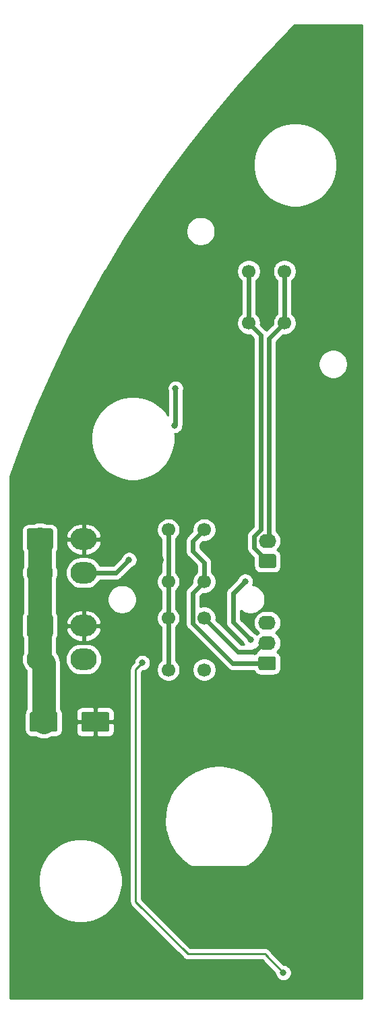
<source format=gbr>
G04 #@! TF.GenerationSoftware,KiCad,Pcbnew,(5.1.12-1-10_14)*
G04 #@! TF.CreationDate,2021-11-27T17:32:02+11:00*
G04 #@! TF.ProjectId,MasterModePushbuttonV2,4d617374-6572-44d6-9f64-655075736862,rev?*
G04 #@! TF.SameCoordinates,Original*
G04 #@! TF.FileFunction,Copper,L2,Bot*
G04 #@! TF.FilePolarity,Positive*
%FSLAX46Y46*%
G04 Gerber Fmt 4.6, Leading zero omitted, Abs format (unit mm)*
G04 Created by KiCad (PCBNEW (5.1.12-1-10_14)) date 2021-11-27 17:32:02*
%MOMM*%
%LPD*%
G01*
G04 APERTURE LIST*
G04 #@! TA.AperFunction,ComponentPad*
%ADD10C,1.700000*%
G04 #@! TD*
G04 #@! TA.AperFunction,ComponentPad*
%ADD11O,2.190000X1.740000*%
G04 #@! TD*
G04 #@! TA.AperFunction,ComponentPad*
%ADD12O,3.300000X2.700000*%
G04 #@! TD*
G04 #@! TA.AperFunction,ViaPad*
%ADD13C,0.800000*%
G04 #@! TD*
G04 #@! TA.AperFunction,ViaPad*
%ADD14C,1.500000*%
G04 #@! TD*
G04 #@! TA.AperFunction,Conductor*
%ADD15C,0.609600*%
G04 #@! TD*
G04 #@! TA.AperFunction,Conductor*
%ADD16C,3.000000*%
G04 #@! TD*
G04 #@! TA.AperFunction,Conductor*
%ADD17C,0.250000*%
G04 #@! TD*
G04 #@! TA.AperFunction,Conductor*
%ADD18C,0.254000*%
G04 #@! TD*
G04 #@! TA.AperFunction,Conductor*
%ADD19C,0.100000*%
G04 #@! TD*
G04 APERTURE END LIST*
D10*
X223448380Y-104118580D03*
X223448380Y-110618580D03*
X218948380Y-104118580D03*
X218948380Y-110618580D03*
X223448380Y-93069580D03*
X223448380Y-99569580D03*
X218948380Y-93069580D03*
X218948380Y-99569580D03*
X229036380Y-67161580D03*
X229036380Y-60661580D03*
X233536380Y-67161580D03*
X233536380Y-60661580D03*
D11*
X231360480Y-104715480D03*
X231360480Y-107255480D03*
G04 #@! TA.AperFunction,ComponentPad*
G36*
G01*
X232205481Y-110665480D02*
X230515479Y-110665480D01*
G75*
G02*
X230265480Y-110415481I0J249999D01*
G01*
X230265480Y-109175479D01*
G75*
G02*
X230515479Y-108925480I249999J0D01*
G01*
X232205481Y-108925480D01*
G75*
G02*
X232455480Y-109175479I0J-249999D01*
G01*
X232455480Y-110415481D01*
G75*
G02*
X232205481Y-110665480I-249999J0D01*
G01*
G37*
G04 #@! TD.AperFunction*
G04 #@! TA.AperFunction,SMDPad,CuDef*
G36*
G01*
X208020480Y-118147000D02*
X208020480Y-116147000D01*
G75*
G02*
X208270480Y-115897000I250000J0D01*
G01*
X211270480Y-115897000D01*
G75*
G02*
X211520480Y-116147000I0J-250000D01*
G01*
X211520480Y-118147000D01*
G75*
G02*
X211270480Y-118397000I-250000J0D01*
G01*
X208270480Y-118397000D01*
G75*
G02*
X208020480Y-118147000I0J250000D01*
G01*
G37*
G04 #@! TD.AperFunction*
G04 #@! TA.AperFunction,SMDPad,CuDef*
G36*
G01*
X201520480Y-118147000D02*
X201520480Y-116147000D01*
G75*
G02*
X201770480Y-115897000I250000J0D01*
G01*
X204770480Y-115897000D01*
G75*
G02*
X205020480Y-116147000I0J-250000D01*
G01*
X205020480Y-118147000D01*
G75*
G02*
X204770480Y-118397000I-250000J0D01*
G01*
X201770480Y-118397000D01*
G75*
G02*
X201520480Y-118147000I0J250000D01*
G01*
G37*
G04 #@! TD.AperFunction*
X231394880Y-94449580D03*
G04 #@! TA.AperFunction,ComponentPad*
G36*
G01*
X232239881Y-97859580D02*
X230549879Y-97859580D01*
G75*
G02*
X230299880Y-97609581I0J249999D01*
G01*
X230299880Y-96369579D01*
G75*
G02*
X230549879Y-96119580I249999J0D01*
G01*
X232239881Y-96119580D01*
G75*
G02*
X232489880Y-96369579I0J-249999D01*
G01*
X232489880Y-97609581D01*
G75*
G02*
X232239881Y-97859580I-249999J0D01*
G01*
G37*
G04 #@! TD.AperFunction*
D12*
X208296000Y-98447500D03*
X208296000Y-94247500D03*
X202796000Y-98447500D03*
G04 #@! TA.AperFunction,ComponentPad*
G36*
G01*
X201397100Y-92897500D02*
X204194900Y-92897500D01*
G75*
G02*
X204446000Y-93148600I0J-251100D01*
G01*
X204446000Y-95346400D01*
G75*
G02*
X204194900Y-95597500I-251100J0D01*
G01*
X201397100Y-95597500D01*
G75*
G02*
X201146000Y-95346400I0J251100D01*
G01*
X201146000Y-93148600D01*
G75*
G02*
X201397100Y-92897500I251100J0D01*
G01*
G37*
G04 #@! TD.AperFunction*
X208296000Y-109297000D03*
X208296000Y-105097000D03*
X202796000Y-109297000D03*
G04 #@! TA.AperFunction,ComponentPad*
G36*
G01*
X201397100Y-103747000D02*
X204194900Y-103747000D01*
G75*
G02*
X204446000Y-103998100I0J-251100D01*
G01*
X204446000Y-106195900D01*
G75*
G02*
X204194900Y-106447000I-251100J0D01*
G01*
X201397100Y-106447000D01*
G75*
G02*
X201146000Y-106195900I0J251100D01*
G01*
X201146000Y-103998100D01*
G75*
G02*
X201397100Y-103747000I251100J0D01*
G01*
G37*
G04 #@! TD.AperFunction*
D13*
X213999580Y-96828780D03*
D14*
X229747580Y-56849180D03*
X227594880Y-69139580D03*
X221494880Y-80739580D03*
X208473000Y-88211460D03*
X222013000Y-88821460D03*
X240516000Y-88568460D03*
X238487360Y-79747100D03*
X208144880Y-80189580D03*
X206509460Y-149825000D03*
X214580300Y-149775000D03*
X222094880Y-149889580D03*
X229894880Y-149889580D03*
X241544880Y-149789580D03*
X240094880Y-141489580D03*
X227968000Y-143162700D03*
X240094880Y-132739580D03*
X238994880Y-111339580D03*
X240121000Y-124315700D03*
X216305460Y-130979000D03*
X231944880Y-119889580D03*
X214255880Y-106378580D03*
X228444880Y-87189580D03*
X221544880Y-106389580D03*
X224294880Y-95739580D03*
X239044880Y-99689580D03*
X217643570Y-96876765D03*
D13*
X219744880Y-79989580D03*
X219844880Y-75339580D03*
X215675980Y-109731980D03*
X233394880Y-148589580D03*
X228596630Y-99537830D03*
X229318380Y-106878580D03*
X229801096Y-108375813D03*
D15*
X212380860Y-98447500D02*
X213999580Y-96828780D01*
X208296000Y-98447500D02*
X212380860Y-98447500D01*
D16*
X203270480Y-109771480D02*
X202796000Y-109297000D01*
X203270480Y-117147000D02*
X203270480Y-109771480D01*
X202796000Y-109297000D02*
X202796000Y-105097000D01*
X202796000Y-105097000D02*
X202796000Y-98447500D01*
X202796000Y-98447500D02*
X202796000Y-94247500D01*
D15*
X219844880Y-79889580D02*
X219744880Y-79989580D01*
X219844880Y-75339580D02*
X219844880Y-79889580D01*
D17*
X221394880Y-146239580D02*
X214844880Y-139689580D01*
X214844880Y-110563080D02*
X215675980Y-109731980D01*
X214844880Y-139689580D02*
X214844880Y-110563080D01*
X231144880Y-146339580D02*
X231144880Y-146239580D01*
X233394880Y-148589580D02*
X231144880Y-146339580D01*
X231144880Y-146239580D02*
X221394880Y-146239580D01*
D15*
X233536380Y-67161580D02*
X231576380Y-69121580D01*
X231576380Y-94268080D02*
X231394880Y-94449580D01*
X231576380Y-69121580D02*
X231576380Y-94268080D01*
X233536380Y-67161580D02*
X233536380Y-60661580D01*
X218948380Y-99569580D02*
X218948380Y-93069580D01*
X218948380Y-99569580D02*
X218948380Y-104118580D01*
X218948380Y-104118580D02*
X218948380Y-110618580D01*
X227107196Y-104667396D02*
X229318380Y-106878580D01*
X228596630Y-99537830D02*
X227107196Y-101027264D01*
X227107196Y-101027264D02*
X227107196Y-104667396D01*
X229036380Y-67161580D02*
X230535270Y-68660470D01*
X229745070Y-93859405D02*
X229745070Y-95339770D01*
X229745070Y-95339770D02*
X231394880Y-96989580D01*
X230535270Y-93069205D02*
X229745070Y-93859405D01*
X230535270Y-68660470D02*
X230535270Y-93069205D01*
X229036380Y-67161580D02*
X229036380Y-60661580D01*
X227046174Y-109795480D02*
X231360480Y-109795480D01*
X222043579Y-104792885D02*
X227046174Y-109795480D01*
X222043579Y-100974381D02*
X222043579Y-104792885D01*
X223448380Y-99569580D02*
X222043579Y-100974381D01*
X223448380Y-99569580D02*
X223448380Y-97168580D01*
X223448380Y-97168580D02*
X222038380Y-95758580D01*
X222038380Y-94479580D02*
X223448380Y-93069580D01*
X222038380Y-95758580D02*
X222038380Y-94479580D01*
X231360480Y-107255480D02*
X230921429Y-107255480D01*
X223448380Y-104118580D02*
X227705613Y-108375813D01*
X227705613Y-108375813D02*
X229801096Y-108375813D01*
X230921429Y-107255480D02*
X229801096Y-108375813D01*
D18*
X243287380Y-151834080D02*
X199037380Y-151834080D01*
X199037380Y-136559841D01*
X202627880Y-136559841D01*
X202627880Y-137599319D01*
X202830672Y-138618824D01*
X203228463Y-139579177D01*
X203805967Y-140443471D01*
X204540989Y-141178493D01*
X205405283Y-141755997D01*
X206365636Y-142153788D01*
X207385141Y-142356580D01*
X208424619Y-142356580D01*
X209444124Y-142153788D01*
X210404477Y-141755997D01*
X211268771Y-141178493D01*
X212003793Y-140443471D01*
X212581297Y-139579177D01*
X212979088Y-138618824D01*
X213181880Y-137599319D01*
X213181880Y-136559841D01*
X212979088Y-135540336D01*
X212581297Y-134579983D01*
X212003793Y-133715689D01*
X211268771Y-132980667D01*
X210404477Y-132403163D01*
X209444124Y-132005372D01*
X208424619Y-131802580D01*
X207385141Y-131802580D01*
X206365636Y-132005372D01*
X205405283Y-132403163D01*
X204540989Y-132980667D01*
X203805967Y-133715689D01*
X203228463Y-134579983D01*
X202830672Y-135540336D01*
X202627880Y-136559841D01*
X199037380Y-136559841D01*
X199037380Y-98447500D01*
X200501396Y-98447500D01*
X200539722Y-98836628D01*
X200653226Y-99210802D01*
X200661001Y-99225348D01*
X200661000Y-103500180D01*
X200657781Y-103504103D01*
X200575612Y-103657829D01*
X200525013Y-103824631D01*
X200507928Y-103998100D01*
X200507928Y-106195900D01*
X200525013Y-106369369D01*
X200575612Y-106536171D01*
X200657781Y-106689897D01*
X200661001Y-106693820D01*
X200661000Y-108519153D01*
X200653226Y-108533698D01*
X200539722Y-108907872D01*
X200501396Y-109297000D01*
X200539722Y-109686128D01*
X200653226Y-110060302D01*
X200837547Y-110405143D01*
X201085602Y-110707398D01*
X201135481Y-110748333D01*
X201135480Y-115527614D01*
X201032075Y-115653614D01*
X200950008Y-115807150D01*
X200899472Y-115973746D01*
X200882408Y-116147000D01*
X200882408Y-118147000D01*
X200899472Y-118320254D01*
X200950008Y-118486850D01*
X201032075Y-118640386D01*
X201142518Y-118774962D01*
X201277094Y-118885405D01*
X201430630Y-118967472D01*
X201597226Y-119018008D01*
X201770480Y-119035072D01*
X202273722Y-119035072D01*
X202449498Y-119129026D01*
X202851947Y-119251108D01*
X203270480Y-119292330D01*
X203689012Y-119251108D01*
X204091461Y-119129026D01*
X204267238Y-119035072D01*
X204770480Y-119035072D01*
X204943734Y-119018008D01*
X205110330Y-118967472D01*
X205263866Y-118885405D01*
X205398442Y-118774962D01*
X205508885Y-118640386D01*
X205590952Y-118486850D01*
X205618207Y-118397000D01*
X207382408Y-118397000D01*
X207394668Y-118521482D01*
X207430978Y-118641180D01*
X207489943Y-118751494D01*
X207569295Y-118848185D01*
X207665986Y-118927537D01*
X207776300Y-118986502D01*
X207895998Y-119022812D01*
X208020480Y-119035072D01*
X209484730Y-119032000D01*
X209643480Y-118873250D01*
X209643480Y-117274000D01*
X209897480Y-117274000D01*
X209897480Y-118873250D01*
X210056230Y-119032000D01*
X211520480Y-119035072D01*
X211644962Y-119022812D01*
X211764660Y-118986502D01*
X211874974Y-118927537D01*
X211971665Y-118848185D01*
X212051017Y-118751494D01*
X212109982Y-118641180D01*
X212146292Y-118521482D01*
X212158552Y-118397000D01*
X212155480Y-117432750D01*
X211996730Y-117274000D01*
X209897480Y-117274000D01*
X209643480Y-117274000D01*
X207544230Y-117274000D01*
X207385480Y-117432750D01*
X207382408Y-118397000D01*
X205618207Y-118397000D01*
X205641488Y-118320254D01*
X205658552Y-118147000D01*
X205658552Y-116147000D01*
X205641488Y-115973746D01*
X205618208Y-115897000D01*
X207382408Y-115897000D01*
X207385480Y-116861250D01*
X207544230Y-117020000D01*
X209643480Y-117020000D01*
X209643480Y-115420750D01*
X209897480Y-115420750D01*
X209897480Y-117020000D01*
X211996730Y-117020000D01*
X212155480Y-116861250D01*
X212158552Y-115897000D01*
X212146292Y-115772518D01*
X212109982Y-115652820D01*
X212051017Y-115542506D01*
X211971665Y-115445815D01*
X211874974Y-115366463D01*
X211764660Y-115307498D01*
X211644962Y-115271188D01*
X211520480Y-115258928D01*
X210056230Y-115262000D01*
X209897480Y-115420750D01*
X209643480Y-115420750D01*
X209484730Y-115262000D01*
X208020480Y-115258928D01*
X207895998Y-115271188D01*
X207776300Y-115307498D01*
X207665986Y-115366463D01*
X207569295Y-115445815D01*
X207489943Y-115542506D01*
X207430978Y-115652820D01*
X207394668Y-115772518D01*
X207382408Y-115897000D01*
X205618208Y-115897000D01*
X205590952Y-115807150D01*
X205508885Y-115653614D01*
X205405480Y-115527614D01*
X205405480Y-109876351D01*
X205415809Y-109771479D01*
X205405480Y-109666607D01*
X205405480Y-109666598D01*
X205374588Y-109352947D01*
X205357617Y-109297000D01*
X206001396Y-109297000D01*
X206039722Y-109686128D01*
X206153226Y-110060302D01*
X206337547Y-110405143D01*
X206585602Y-110707398D01*
X206887857Y-110955453D01*
X207232698Y-111139774D01*
X207606872Y-111253278D01*
X207898490Y-111282000D01*
X208693510Y-111282000D01*
X208985128Y-111253278D01*
X209359302Y-111139774D01*
X209704143Y-110955453D01*
X210006398Y-110707398D01*
X210124837Y-110563080D01*
X214081204Y-110563080D01*
X214084881Y-110600413D01*
X214084880Y-139652258D01*
X214081204Y-139689580D01*
X214084880Y-139726902D01*
X214084880Y-139726912D01*
X214095877Y-139838565D01*
X214139334Y-139981826D01*
X214209906Y-140113856D01*
X214249751Y-140162406D01*
X214304879Y-140229581D01*
X214333883Y-140253384D01*
X220831081Y-146750583D01*
X220854879Y-146779581D01*
X220970604Y-146874554D01*
X221102633Y-146945126D01*
X221245894Y-146988583D01*
X221357547Y-146999580D01*
X221357557Y-146999580D01*
X221394880Y-147003256D01*
X221432203Y-146999580D01*
X230730079Y-146999580D01*
X232359880Y-148629382D01*
X232359880Y-148691519D01*
X232399654Y-148891478D01*
X232477675Y-149079836D01*
X232590943Y-149249354D01*
X232735106Y-149393517D01*
X232904624Y-149506785D01*
X233092982Y-149584806D01*
X233292941Y-149624580D01*
X233496819Y-149624580D01*
X233696778Y-149584806D01*
X233885136Y-149506785D01*
X234054654Y-149393517D01*
X234198817Y-149249354D01*
X234312085Y-149079836D01*
X234390106Y-148891478D01*
X234429880Y-148691519D01*
X234429880Y-148487641D01*
X234390106Y-148287682D01*
X234312085Y-148099324D01*
X234198817Y-147929806D01*
X234054654Y-147785643D01*
X233885136Y-147672375D01*
X233696778Y-147594354D01*
X233496819Y-147554580D01*
X233434682Y-147554580D01*
X231860437Y-145980336D01*
X231850426Y-145947333D01*
X231779854Y-145815304D01*
X231684881Y-145699579D01*
X231569156Y-145604606D01*
X231437127Y-145534034D01*
X231293866Y-145490577D01*
X231182213Y-145479580D01*
X231144880Y-145475903D01*
X231107547Y-145479580D01*
X221709682Y-145479580D01*
X215604880Y-139374779D01*
X215604880Y-129647302D01*
X218461621Y-129647302D01*
X218465898Y-129713849D01*
X218572806Y-130685772D01*
X218577651Y-130710985D01*
X218580191Y-130736539D01*
X218595052Y-130801545D01*
X218855976Y-131743873D01*
X218864789Y-131767985D01*
X218871383Y-131792808D01*
X218896447Y-131854602D01*
X219304676Y-132743092D01*
X219317230Y-132765485D01*
X219327708Y-132788933D01*
X219362322Y-132845913D01*
X219362329Y-132845926D01*
X219362333Y-132845931D01*
X219907359Y-133657717D01*
X219923336Y-133677819D01*
X219937425Y-133699286D01*
X219980712Y-133750010D01*
X220648521Y-134464219D01*
X220667502Y-134481505D01*
X220684845Y-134500446D01*
X220735670Y-134543583D01*
X220735686Y-134543598D01*
X220735694Y-134543603D01*
X221500723Y-135135375D01*
X221548479Y-135174567D01*
X221676166Y-135242817D01*
X221814714Y-135284845D01*
X221922694Y-135295480D01*
X228657067Y-135295480D01*
X228765047Y-135284845D01*
X228903595Y-135242817D01*
X229031282Y-135174567D01*
X229077443Y-135136684D01*
X229789723Y-134592105D01*
X229807268Y-134576307D01*
X229826251Y-134562272D01*
X229874480Y-134516221D01*
X230550297Y-133809585D01*
X230566496Y-133789668D01*
X230584440Y-133771295D01*
X230624685Y-133718125D01*
X231178831Y-132912528D01*
X231191637Y-132890278D01*
X231206413Y-132869272D01*
X231237640Y-132810352D01*
X231655858Y-131926521D01*
X231664943Y-131902508D01*
X231676170Y-131879410D01*
X231697575Y-131816255D01*
X231969105Y-130876928D01*
X231974234Y-130851771D01*
X231981623Y-130827177D01*
X231992655Y-130761412D01*
X232110512Y-129790755D01*
X232111553Y-129765102D01*
X232114915Y-129739642D01*
X232115291Y-129672959D01*
X232076442Y-128695946D01*
X232073366Y-128670447D01*
X232072615Y-128644786D01*
X232062325Y-128578901D01*
X231867769Y-127620668D01*
X231860660Y-127596000D01*
X231855813Y-127570778D01*
X231835121Y-127507386D01*
X231489865Y-126592585D01*
X231478905Y-126569375D01*
X231470087Y-126545248D01*
X231439526Y-126485980D01*
X230952451Y-125638145D01*
X230937914Y-125616975D01*
X230925358Y-125594580D01*
X230885714Y-125540960D01*
X230269354Y-124781908D01*
X230251619Y-124763334D01*
X230235644Y-124743235D01*
X230187938Y-124696643D01*
X229458146Y-124045898D01*
X229437673Y-124030401D01*
X229418687Y-124013112D01*
X229364146Y-123974747D01*
X229364145Y-123974746D01*
X229364142Y-123974744D01*
X228539701Y-123449053D01*
X228517017Y-123437030D01*
X228495508Y-123422997D01*
X228435533Y-123393845D01*
X227537645Y-123006727D01*
X227513324Y-122998484D01*
X227489855Y-122988073D01*
X227425991Y-122968885D01*
X226477759Y-122730302D01*
X226452436Y-122726054D01*
X226427601Y-122719528D01*
X226361491Y-122710797D01*
X225387313Y-122626888D01*
X225361637Y-122626743D01*
X225336079Y-122624272D01*
X225269424Y-122626224D01*
X225269420Y-122626224D01*
X224294362Y-122699146D01*
X224268996Y-122703108D01*
X224243366Y-122704755D01*
X224177881Y-122717339D01*
X223227021Y-122945218D01*
X223202612Y-122953185D01*
X223177579Y-122958908D01*
X223114956Y-122981796D01*
X223114947Y-122981799D01*
X223114943Y-122981801D01*
X222212752Y-123358771D01*
X222189932Y-123370538D01*
X222166134Y-123380190D01*
X222107969Y-123412800D01*
X221277650Y-123929168D01*
X221257004Y-123944432D01*
X221235058Y-123957764D01*
X221182854Y-123999254D01*
X220445773Y-124641731D01*
X220427830Y-124660104D01*
X220408300Y-124676770D01*
X220363402Y-124726073D01*
X219738523Y-125478130D01*
X219723750Y-125499132D01*
X219707134Y-125518709D01*
X219670695Y-125574557D01*
X219174094Y-126416847D01*
X219162870Y-126439938D01*
X219149596Y-126461923D01*
X219122556Y-126522878D01*
X218767010Y-127433730D01*
X218759623Y-127458315D01*
X218750034Y-127482142D01*
X218733087Y-127546636D01*
X218527742Y-128502614D01*
X218524380Y-128528071D01*
X218518725Y-128553118D01*
X218512307Y-128619492D01*
X218462447Y-129596006D01*
X218463199Y-129621674D01*
X218461621Y-129647302D01*
X215604880Y-129647302D01*
X215604880Y-110877881D01*
X215715781Y-110766980D01*
X215777919Y-110766980D01*
X215977878Y-110727206D01*
X216166236Y-110649185D01*
X216335754Y-110535917D01*
X216479917Y-110391754D01*
X216593185Y-110222236D01*
X216671206Y-110033878D01*
X216710980Y-109833919D01*
X216710980Y-109630041D01*
X216671206Y-109430082D01*
X216593185Y-109241724D01*
X216479917Y-109072206D01*
X216335754Y-108928043D01*
X216166236Y-108814775D01*
X215977878Y-108736754D01*
X215777919Y-108696980D01*
X215574041Y-108696980D01*
X215374082Y-108736754D01*
X215185724Y-108814775D01*
X215016206Y-108928043D01*
X214872043Y-109072206D01*
X214758775Y-109241724D01*
X214680754Y-109430082D01*
X214640980Y-109630041D01*
X214640980Y-109692179D01*
X214333878Y-109999281D01*
X214304880Y-110023079D01*
X214281082Y-110052077D01*
X214281081Y-110052078D01*
X214209906Y-110138804D01*
X214139334Y-110270834D01*
X214095878Y-110414095D01*
X214081204Y-110563080D01*
X210124837Y-110563080D01*
X210254453Y-110405143D01*
X210438774Y-110060302D01*
X210552278Y-109686128D01*
X210590604Y-109297000D01*
X210552278Y-108907872D01*
X210438774Y-108533698D01*
X210254453Y-108188857D01*
X210006398Y-107886602D01*
X209704143Y-107638547D01*
X209359302Y-107454226D01*
X208985128Y-107340722D01*
X208693510Y-107312000D01*
X207898490Y-107312000D01*
X207606872Y-107340722D01*
X207232698Y-107454226D01*
X206887857Y-107638547D01*
X206585602Y-107886602D01*
X206337547Y-108188857D01*
X206153226Y-108533698D01*
X206039722Y-108907872D01*
X206001396Y-109297000D01*
X205357617Y-109297000D01*
X205252506Y-108950498D01*
X205054257Y-108579599D01*
X204931000Y-108429410D01*
X204931000Y-106693819D01*
X204934219Y-106689897D01*
X205016388Y-106536171D01*
X205066987Y-106369369D01*
X205084072Y-106195900D01*
X205084072Y-105532323D01*
X206059323Y-105532323D01*
X206113499Y-105739295D01*
X206274976Y-106094211D01*
X206502591Y-106410805D01*
X206787597Y-106676910D01*
X207119041Y-106882300D01*
X207484186Y-107019082D01*
X207869000Y-107082000D01*
X208169000Y-107082000D01*
X208169000Y-105224000D01*
X208423000Y-105224000D01*
X208423000Y-107082000D01*
X208723000Y-107082000D01*
X209107814Y-107019082D01*
X209472959Y-106882300D01*
X209804403Y-106676910D01*
X210089409Y-106410805D01*
X210317024Y-106094211D01*
X210478501Y-105739295D01*
X210532677Y-105532323D01*
X210417829Y-105224000D01*
X208423000Y-105224000D01*
X208169000Y-105224000D01*
X206174171Y-105224000D01*
X206059323Y-105532323D01*
X205084072Y-105532323D01*
X205084072Y-104661677D01*
X206059323Y-104661677D01*
X206174171Y-104970000D01*
X208169000Y-104970000D01*
X208169000Y-103112000D01*
X208423000Y-103112000D01*
X208423000Y-104970000D01*
X210417829Y-104970000D01*
X210532677Y-104661677D01*
X210478501Y-104454705D01*
X210317024Y-104099789D01*
X210089409Y-103783195D01*
X209804403Y-103517090D01*
X209472959Y-103311700D01*
X209107814Y-103174918D01*
X208723000Y-103112000D01*
X208423000Y-103112000D01*
X208169000Y-103112000D01*
X207869000Y-103112000D01*
X207484186Y-103174918D01*
X207119041Y-103311700D01*
X206787597Y-103517090D01*
X206502591Y-103783195D01*
X206274976Y-104099789D01*
X206113499Y-104454705D01*
X206059323Y-104661677D01*
X205084072Y-104661677D01*
X205084072Y-103998100D01*
X205066987Y-103824631D01*
X205016388Y-103657829D01*
X204934219Y-103504103D01*
X204931000Y-103500181D01*
X204931000Y-101615658D01*
X211270412Y-101615658D01*
X211270412Y-101979302D01*
X211341356Y-102335958D01*
X211480516Y-102671921D01*
X211682546Y-102974280D01*
X211939680Y-103231414D01*
X212242039Y-103433444D01*
X212578002Y-103572604D01*
X212934658Y-103643548D01*
X213298302Y-103643548D01*
X213654958Y-103572604D01*
X213990921Y-103433444D01*
X214293280Y-103231414D01*
X214550414Y-102974280D01*
X214752444Y-102671921D01*
X214891604Y-102335958D01*
X214962548Y-101979302D01*
X214962548Y-101615658D01*
X214891604Y-101259002D01*
X214752444Y-100923039D01*
X214550414Y-100620680D01*
X214293280Y-100363546D01*
X213990921Y-100161516D01*
X213654958Y-100022356D01*
X213298302Y-99951412D01*
X212934658Y-99951412D01*
X212578002Y-100022356D01*
X212242039Y-100161516D01*
X211939680Y-100363546D01*
X211682546Y-100620680D01*
X211480516Y-100923039D01*
X211341356Y-101259002D01*
X211270412Y-101615658D01*
X204931000Y-101615658D01*
X204931000Y-99225346D01*
X204938774Y-99210802D01*
X205052278Y-98836628D01*
X205090604Y-98447500D01*
X206001396Y-98447500D01*
X206039722Y-98836628D01*
X206153226Y-99210802D01*
X206337547Y-99555643D01*
X206585602Y-99857898D01*
X206887857Y-100105953D01*
X207232698Y-100290274D01*
X207606872Y-100403778D01*
X207898490Y-100432500D01*
X208693510Y-100432500D01*
X208985128Y-100403778D01*
X209359302Y-100290274D01*
X209704143Y-100105953D01*
X210006398Y-99857898D01*
X210254453Y-99555643D01*
X210344434Y-99387300D01*
X212334703Y-99387300D01*
X212380860Y-99391846D01*
X212427017Y-99387300D01*
X212427027Y-99387300D01*
X212565093Y-99373702D01*
X212742246Y-99319963D01*
X212905511Y-99232696D01*
X213048614Y-99115254D01*
X213078051Y-99079385D01*
X214356026Y-97801411D01*
X214489836Y-97745985D01*
X214659354Y-97632717D01*
X214803517Y-97488554D01*
X214916785Y-97319036D01*
X214994806Y-97130678D01*
X215034580Y-96930719D01*
X215034580Y-96726841D01*
X214994806Y-96526882D01*
X214916785Y-96338524D01*
X214803517Y-96169006D01*
X214659354Y-96024843D01*
X214489836Y-95911575D01*
X214301478Y-95833554D01*
X214101519Y-95793780D01*
X213897641Y-95793780D01*
X213697682Y-95833554D01*
X213509324Y-95911575D01*
X213339806Y-96024843D01*
X213195643Y-96169006D01*
X213082375Y-96338524D01*
X213026949Y-96472334D01*
X211991584Y-97507700D01*
X210344434Y-97507700D01*
X210254453Y-97339357D01*
X210006398Y-97037102D01*
X209704143Y-96789047D01*
X209359302Y-96604726D01*
X208985128Y-96491222D01*
X208693510Y-96462500D01*
X207898490Y-96462500D01*
X207606872Y-96491222D01*
X207232698Y-96604726D01*
X206887857Y-96789047D01*
X206585602Y-97037102D01*
X206337547Y-97339357D01*
X206153226Y-97684198D01*
X206039722Y-98058372D01*
X206001396Y-98447500D01*
X205090604Y-98447500D01*
X205052278Y-98058372D01*
X204938774Y-97684198D01*
X204931000Y-97669654D01*
X204931000Y-95844319D01*
X204934219Y-95840397D01*
X205016388Y-95686671D01*
X205066987Y-95519869D01*
X205084072Y-95346400D01*
X205084072Y-94682823D01*
X206059323Y-94682823D01*
X206113499Y-94889795D01*
X206274976Y-95244711D01*
X206502591Y-95561305D01*
X206787597Y-95827410D01*
X207119041Y-96032800D01*
X207484186Y-96169582D01*
X207869000Y-96232500D01*
X208169000Y-96232500D01*
X208169000Y-94374500D01*
X208423000Y-94374500D01*
X208423000Y-96232500D01*
X208723000Y-96232500D01*
X209107814Y-96169582D01*
X209472959Y-96032800D01*
X209804403Y-95827410D01*
X210089409Y-95561305D01*
X210317024Y-95244711D01*
X210478501Y-94889795D01*
X210532677Y-94682823D01*
X210417829Y-94374500D01*
X208423000Y-94374500D01*
X208169000Y-94374500D01*
X206174171Y-94374500D01*
X206059323Y-94682823D01*
X205084072Y-94682823D01*
X205084072Y-93812177D01*
X206059323Y-93812177D01*
X206174171Y-94120500D01*
X208169000Y-94120500D01*
X208169000Y-92262500D01*
X208423000Y-92262500D01*
X208423000Y-94120500D01*
X210417829Y-94120500D01*
X210532677Y-93812177D01*
X210478501Y-93605205D01*
X210317024Y-93250289D01*
X210089409Y-92933695D01*
X210078298Y-92923320D01*
X217463380Y-92923320D01*
X217463380Y-93215840D01*
X217520448Y-93502738D01*
X217632390Y-93772991D01*
X217794905Y-94016212D01*
X218001748Y-94223055D01*
X218008581Y-94227621D01*
X218008580Y-98411540D01*
X218001748Y-98416105D01*
X217794905Y-98622948D01*
X217632390Y-98866169D01*
X217520448Y-99136422D01*
X217463380Y-99423320D01*
X217463380Y-99715840D01*
X217520448Y-100002738D01*
X217632390Y-100272991D01*
X217794905Y-100516212D01*
X218001748Y-100723055D01*
X218008580Y-100727620D01*
X218008581Y-102960540D01*
X218001748Y-102965105D01*
X217794905Y-103171948D01*
X217632390Y-103415169D01*
X217520448Y-103685422D01*
X217463380Y-103972320D01*
X217463380Y-104264840D01*
X217520448Y-104551738D01*
X217632390Y-104821991D01*
X217794905Y-105065212D01*
X218001748Y-105272055D01*
X218008580Y-105276620D01*
X218008581Y-109460539D01*
X218001748Y-109465105D01*
X217794905Y-109671948D01*
X217632390Y-109915169D01*
X217520448Y-110185422D01*
X217463380Y-110472320D01*
X217463380Y-110764840D01*
X217520448Y-111051738D01*
X217632390Y-111321991D01*
X217794905Y-111565212D01*
X218001748Y-111772055D01*
X218244969Y-111934570D01*
X218515222Y-112046512D01*
X218802120Y-112103580D01*
X219094640Y-112103580D01*
X219381538Y-112046512D01*
X219651791Y-111934570D01*
X219895012Y-111772055D01*
X220101855Y-111565212D01*
X220264370Y-111321991D01*
X220376312Y-111051738D01*
X220433380Y-110764840D01*
X220433380Y-110472320D01*
X221963380Y-110472320D01*
X221963380Y-110764840D01*
X222020448Y-111051738D01*
X222132390Y-111321991D01*
X222294905Y-111565212D01*
X222501748Y-111772055D01*
X222744969Y-111934570D01*
X223015222Y-112046512D01*
X223302120Y-112103580D01*
X223594640Y-112103580D01*
X223881538Y-112046512D01*
X224151791Y-111934570D01*
X224395012Y-111772055D01*
X224601855Y-111565212D01*
X224764370Y-111321991D01*
X224876312Y-111051738D01*
X224933380Y-110764840D01*
X224933380Y-110472320D01*
X224876312Y-110185422D01*
X224764370Y-109915169D01*
X224601855Y-109671948D01*
X224395012Y-109465105D01*
X224151791Y-109302590D01*
X223881538Y-109190648D01*
X223594640Y-109133580D01*
X223302120Y-109133580D01*
X223015222Y-109190648D01*
X222744969Y-109302590D01*
X222501748Y-109465105D01*
X222294905Y-109671948D01*
X222132390Y-109915169D01*
X222020448Y-110185422D01*
X221963380Y-110472320D01*
X220433380Y-110472320D01*
X220376312Y-110185422D01*
X220264370Y-109915169D01*
X220101855Y-109671948D01*
X219895012Y-109465105D01*
X219888180Y-109460540D01*
X219888180Y-105276620D01*
X219895012Y-105272055D01*
X220101855Y-105065212D01*
X220264370Y-104821991D01*
X220376312Y-104551738D01*
X220433380Y-104264840D01*
X220433380Y-103972320D01*
X220376312Y-103685422D01*
X220264370Y-103415169D01*
X220101855Y-103171948D01*
X219895012Y-102965105D01*
X219888180Y-102960540D01*
X219888180Y-100727620D01*
X219895012Y-100723055D01*
X220101855Y-100516212D01*
X220264370Y-100272991D01*
X220376312Y-100002738D01*
X220433380Y-99715840D01*
X220433380Y-99423320D01*
X220376312Y-99136422D01*
X220264370Y-98866169D01*
X220101855Y-98622948D01*
X219895012Y-98416105D01*
X219888180Y-98411540D01*
X219888180Y-94479580D01*
X221094034Y-94479580D01*
X221098581Y-94525747D01*
X221098580Y-95712422D01*
X221094034Y-95758580D01*
X221098580Y-95804737D01*
X221098580Y-95804746D01*
X221112178Y-95942812D01*
X221165917Y-96119965D01*
X221253184Y-96283231D01*
X221370626Y-96426334D01*
X221406495Y-96455771D01*
X222508581Y-97557858D01*
X222508580Y-98411540D01*
X222501748Y-98416105D01*
X222294905Y-98622948D01*
X222132390Y-98866169D01*
X222020448Y-99136422D01*
X221963380Y-99423320D01*
X221963380Y-99715840D01*
X221964983Y-99723900D01*
X221411694Y-100277190D01*
X221375825Y-100306627D01*
X221258383Y-100449730D01*
X221171116Y-100612996D01*
X221117377Y-100790149D01*
X221103779Y-100928215D01*
X221103779Y-100928224D01*
X221099233Y-100974381D01*
X221103779Y-101020538D01*
X221103780Y-104746718D01*
X221099233Y-104792885D01*
X221117378Y-104977118D01*
X221171117Y-105154271D01*
X221258383Y-105317536D01*
X221272839Y-105335150D01*
X221375826Y-105460639D01*
X221411689Y-105490071D01*
X226348992Y-110427376D01*
X226378420Y-110463234D01*
X226414278Y-110492662D01*
X226414280Y-110492664D01*
X226521522Y-110580676D01*
X226649694Y-110649185D01*
X226684788Y-110667943D01*
X226861941Y-110721682D01*
X227000007Y-110735280D01*
X227000017Y-110735280D01*
X227046174Y-110739826D01*
X227092331Y-110735280D01*
X229688926Y-110735280D01*
X229695008Y-110755331D01*
X229777075Y-110908867D01*
X229887518Y-111043442D01*
X230022093Y-111153885D01*
X230175629Y-111235952D01*
X230342225Y-111286488D01*
X230515479Y-111303552D01*
X232205481Y-111303552D01*
X232378735Y-111286488D01*
X232545331Y-111235952D01*
X232698867Y-111153885D01*
X232833442Y-111043442D01*
X232943885Y-110908867D01*
X233025952Y-110755331D01*
X233076488Y-110588735D01*
X233093552Y-110415481D01*
X233093552Y-109175479D01*
X233076488Y-109002225D01*
X233025952Y-108835629D01*
X232943885Y-108682093D01*
X232833442Y-108547518D01*
X232698867Y-108437075D01*
X232589366Y-108378546D01*
X232654825Y-108324825D01*
X232842897Y-108095659D01*
X232982646Y-107834205D01*
X233068704Y-107550512D01*
X233097762Y-107255480D01*
X233068704Y-106960448D01*
X232982646Y-106676755D01*
X232842897Y-106415301D01*
X232654825Y-106186135D01*
X232425659Y-105998063D01*
X232402118Y-105985480D01*
X232425659Y-105972897D01*
X232654825Y-105784825D01*
X232842897Y-105555659D01*
X232982646Y-105294205D01*
X233068704Y-105010512D01*
X233097762Y-104715480D01*
X233068704Y-104420448D01*
X232982646Y-104136755D01*
X232842897Y-103875301D01*
X232654825Y-103646135D01*
X232425659Y-103458063D01*
X232164205Y-103318314D01*
X231880512Y-103232256D01*
X231659416Y-103210480D01*
X231061544Y-103210480D01*
X230840448Y-103232256D01*
X230556755Y-103318314D01*
X230295301Y-103458063D01*
X230066135Y-103646135D01*
X229878063Y-103875301D01*
X229738314Y-104136755D01*
X229652256Y-104420448D01*
X229623198Y-104715480D01*
X229652256Y-105010512D01*
X229738314Y-105294205D01*
X229878063Y-105555659D01*
X230066135Y-105784825D01*
X230295301Y-105972897D01*
X230318842Y-105985480D01*
X230295301Y-105998063D01*
X230079048Y-106175537D01*
X229978154Y-106074643D01*
X229808636Y-105961375D01*
X229674827Y-105905949D01*
X228046996Y-104278120D01*
X228046996Y-103198730D01*
X228079680Y-103231414D01*
X228382039Y-103433444D01*
X228718002Y-103572604D01*
X229074658Y-103643548D01*
X229438302Y-103643548D01*
X229794958Y-103572604D01*
X230130921Y-103433444D01*
X230433280Y-103231414D01*
X230690414Y-102974280D01*
X230892444Y-102671921D01*
X231031604Y-102335958D01*
X231102548Y-101979302D01*
X231102548Y-101615658D01*
X231031604Y-101259002D01*
X230892444Y-100923039D01*
X230690414Y-100620680D01*
X230433280Y-100363546D01*
X230130921Y-100161516D01*
X229794958Y-100022356D01*
X229537427Y-99971129D01*
X229591856Y-99839728D01*
X229631630Y-99639769D01*
X229631630Y-99435891D01*
X229591856Y-99235932D01*
X229513835Y-99047574D01*
X229400567Y-98878056D01*
X229256404Y-98733893D01*
X229086886Y-98620625D01*
X228898528Y-98542604D01*
X228698569Y-98502830D01*
X228494691Y-98502830D01*
X228294732Y-98542604D01*
X228106374Y-98620625D01*
X227936856Y-98733893D01*
X227792693Y-98878056D01*
X227679425Y-99047574D01*
X227623999Y-99181384D01*
X226475311Y-100330073D01*
X226439442Y-100359510D01*
X226322000Y-100502613D01*
X226234733Y-100665879D01*
X226180994Y-100843032D01*
X226167396Y-100981098D01*
X226167396Y-100981107D01*
X226162850Y-101027264D01*
X226167396Y-101073421D01*
X226167397Y-104621229D01*
X226162850Y-104667396D01*
X226180995Y-104851629D01*
X226234734Y-105028782D01*
X226322000Y-105192047D01*
X226330072Y-105201882D01*
X226439443Y-105335150D01*
X226475306Y-105364582D01*
X228345749Y-107235027D01*
X228401175Y-107368836D01*
X228446061Y-107436013D01*
X228094891Y-107436013D01*
X224931777Y-104272900D01*
X224933380Y-104264840D01*
X224933380Y-103972320D01*
X224876312Y-103685422D01*
X224764370Y-103415169D01*
X224601855Y-103171948D01*
X224395012Y-102965105D01*
X224151791Y-102802590D01*
X223881538Y-102690648D01*
X223594640Y-102633580D01*
X223302120Y-102633580D01*
X223015222Y-102690648D01*
X222983379Y-102703838D01*
X222983379Y-101363657D01*
X223294060Y-101052977D01*
X223302120Y-101054580D01*
X223594640Y-101054580D01*
X223881538Y-100997512D01*
X224151791Y-100885570D01*
X224395012Y-100723055D01*
X224601855Y-100516212D01*
X224764370Y-100272991D01*
X224876312Y-100002738D01*
X224933380Y-99715840D01*
X224933380Y-99423320D01*
X224876312Y-99136422D01*
X224764370Y-98866169D01*
X224601855Y-98622948D01*
X224395012Y-98416105D01*
X224388180Y-98411540D01*
X224388180Y-97214736D01*
X224392726Y-97168579D01*
X224388180Y-97122422D01*
X224388180Y-97122413D01*
X224374582Y-96984347D01*
X224320843Y-96807194D01*
X224265111Y-96702927D01*
X224233576Y-96643928D01*
X224145563Y-96536685D01*
X224145562Y-96536684D01*
X224116134Y-96500826D01*
X224080276Y-96471398D01*
X222978180Y-95369304D01*
X222978180Y-94868856D01*
X223294060Y-94552977D01*
X223302120Y-94554580D01*
X223594640Y-94554580D01*
X223881538Y-94497512D01*
X224151791Y-94385570D01*
X224395012Y-94223055D01*
X224601855Y-94016212D01*
X224764370Y-93772991D01*
X224876312Y-93502738D01*
X224933380Y-93215840D01*
X224933380Y-92923320D01*
X224876312Y-92636422D01*
X224764370Y-92366169D01*
X224601855Y-92122948D01*
X224395012Y-91916105D01*
X224151791Y-91753590D01*
X223881538Y-91641648D01*
X223594640Y-91584580D01*
X223302120Y-91584580D01*
X223015222Y-91641648D01*
X222744969Y-91753590D01*
X222501748Y-91916105D01*
X222294905Y-92122948D01*
X222132390Y-92366169D01*
X222020448Y-92636422D01*
X221963380Y-92923320D01*
X221963380Y-93215840D01*
X221964983Y-93223900D01*
X221406490Y-93782394D01*
X221370627Y-93811826D01*
X221331580Y-93859405D01*
X221253184Y-93954929D01*
X221165918Y-94118194D01*
X221112179Y-94295347D01*
X221094034Y-94479580D01*
X219888180Y-94479580D01*
X219888180Y-94227620D01*
X219895012Y-94223055D01*
X220101855Y-94016212D01*
X220264370Y-93772991D01*
X220376312Y-93502738D01*
X220433380Y-93215840D01*
X220433380Y-92923320D01*
X220376312Y-92636422D01*
X220264370Y-92366169D01*
X220101855Y-92122948D01*
X219895012Y-91916105D01*
X219651791Y-91753590D01*
X219381538Y-91641648D01*
X219094640Y-91584580D01*
X218802120Y-91584580D01*
X218515222Y-91641648D01*
X218244969Y-91753590D01*
X218001748Y-91916105D01*
X217794905Y-92122948D01*
X217632390Y-92366169D01*
X217520448Y-92636422D01*
X217463380Y-92923320D01*
X210078298Y-92923320D01*
X209804403Y-92667590D01*
X209472959Y-92462200D01*
X209107814Y-92325418D01*
X208723000Y-92262500D01*
X208423000Y-92262500D01*
X208169000Y-92262500D01*
X207869000Y-92262500D01*
X207484186Y-92325418D01*
X207119041Y-92462200D01*
X206787597Y-92667590D01*
X206502591Y-92933695D01*
X206274976Y-93250289D01*
X206113499Y-93605205D01*
X206059323Y-93812177D01*
X205084072Y-93812177D01*
X205084072Y-93148600D01*
X205066987Y-92975131D01*
X205016388Y-92808329D01*
X204934219Y-92654603D01*
X204823640Y-92519860D01*
X204688897Y-92409281D01*
X204535171Y-92327112D01*
X204368369Y-92276513D01*
X204194900Y-92259428D01*
X203597051Y-92259428D01*
X203214533Y-92143392D01*
X202796000Y-92102170D01*
X202377468Y-92143392D01*
X201994950Y-92259428D01*
X201397100Y-92259428D01*
X201223631Y-92276513D01*
X201056829Y-92327112D01*
X200903103Y-92409281D01*
X200768360Y-92519860D01*
X200657781Y-92654603D01*
X200575612Y-92808329D01*
X200525013Y-92975131D01*
X200507928Y-93148600D01*
X200507928Y-95346400D01*
X200525013Y-95519869D01*
X200575612Y-95686671D01*
X200657781Y-95840397D01*
X200661001Y-95844320D01*
X200661000Y-97669653D01*
X200653226Y-97684198D01*
X200539722Y-98058372D01*
X200501396Y-98447500D01*
X199037380Y-98447500D01*
X199037380Y-86343990D01*
X200657868Y-81992298D01*
X201018430Y-81109841D01*
X209217880Y-81109841D01*
X209217880Y-82149319D01*
X209420672Y-83168824D01*
X209818463Y-84129177D01*
X210395967Y-84993471D01*
X211130989Y-85728493D01*
X211995283Y-86305997D01*
X212955636Y-86703788D01*
X213975141Y-86906580D01*
X215014619Y-86906580D01*
X216034124Y-86703788D01*
X216994477Y-86305997D01*
X217858771Y-85728493D01*
X218593793Y-84993471D01*
X219171297Y-84129177D01*
X219569088Y-83168824D01*
X219771880Y-82149319D01*
X219771880Y-81109841D01*
X219754921Y-81024580D01*
X219846819Y-81024580D01*
X220046778Y-80984806D01*
X220235136Y-80906785D01*
X220404654Y-80793517D01*
X220548817Y-80649354D01*
X220662085Y-80479836D01*
X220740106Y-80291478D01*
X220779880Y-80091519D01*
X220779880Y-79984483D01*
X220784680Y-79935747D01*
X220784680Y-79935738D01*
X220789226Y-79889581D01*
X220784680Y-79843424D01*
X220784680Y-75775287D01*
X220840106Y-75641478D01*
X220879880Y-75441519D01*
X220879880Y-75237641D01*
X220840106Y-75037682D01*
X220762085Y-74849324D01*
X220648817Y-74679806D01*
X220504654Y-74535643D01*
X220335136Y-74422375D01*
X220146778Y-74344354D01*
X219946819Y-74304580D01*
X219742941Y-74304580D01*
X219542982Y-74344354D01*
X219354624Y-74422375D01*
X219185106Y-74535643D01*
X219040943Y-74679806D01*
X218927675Y-74849324D01*
X218849654Y-75037682D01*
X218809880Y-75237641D01*
X218809880Y-75441519D01*
X218849654Y-75641478D01*
X218905080Y-75775287D01*
X218905081Y-78731563D01*
X218593793Y-78265689D01*
X217858771Y-77530667D01*
X216994477Y-76953163D01*
X216034124Y-76555372D01*
X215014619Y-76352580D01*
X213975141Y-76352580D01*
X212955636Y-76555372D01*
X211995283Y-76953163D01*
X211130989Y-77530667D01*
X210395967Y-78265689D01*
X209818463Y-79129983D01*
X209420672Y-80090336D01*
X209217880Y-81109841D01*
X201018430Y-81109841D01*
X202459971Y-77581746D01*
X204399728Y-73229964D01*
X206475193Y-68941317D01*
X208684371Y-64719924D01*
X211025041Y-60570033D01*
X211058208Y-60515320D01*
X227551380Y-60515320D01*
X227551380Y-60807840D01*
X227608448Y-61094738D01*
X227720390Y-61364991D01*
X227882905Y-61608212D01*
X228089748Y-61815055D01*
X228096581Y-61819621D01*
X228096580Y-66003540D01*
X228089748Y-66008105D01*
X227882905Y-66214948D01*
X227720390Y-66458169D01*
X227608448Y-66728422D01*
X227551380Y-67015320D01*
X227551380Y-67307840D01*
X227608448Y-67594738D01*
X227720390Y-67864991D01*
X227882905Y-68108212D01*
X228089748Y-68315055D01*
X228332969Y-68477570D01*
X228603222Y-68589512D01*
X228890120Y-68646580D01*
X229182640Y-68646580D01*
X229190700Y-68644977D01*
X229595470Y-69049748D01*
X229595471Y-92679927D01*
X229113184Y-93162215D01*
X229077316Y-93191651D01*
X228959874Y-93334754D01*
X228872607Y-93498020D01*
X228818868Y-93675173D01*
X228805270Y-93813239D01*
X228805270Y-93813248D01*
X228800724Y-93859405D01*
X228805270Y-93905563D01*
X228805271Y-95293603D01*
X228800724Y-95339770D01*
X228818869Y-95524003D01*
X228872608Y-95701156D01*
X228959874Y-95864421D01*
X228998573Y-95911575D01*
X229077317Y-96007524D01*
X229113180Y-96036956D01*
X229661808Y-96585585D01*
X229661808Y-97609581D01*
X229678872Y-97782835D01*
X229729408Y-97949431D01*
X229811475Y-98102967D01*
X229921918Y-98237542D01*
X230056493Y-98347985D01*
X230210029Y-98430052D01*
X230376625Y-98480588D01*
X230549879Y-98497652D01*
X232239881Y-98497652D01*
X232413135Y-98480588D01*
X232579731Y-98430052D01*
X232733267Y-98347985D01*
X232867842Y-98237542D01*
X232978285Y-98102967D01*
X233060352Y-97949431D01*
X233110888Y-97782835D01*
X233127952Y-97609581D01*
X233127952Y-96369579D01*
X233110888Y-96196325D01*
X233060352Y-96029729D01*
X232978285Y-95876193D01*
X232867842Y-95741618D01*
X232733267Y-95631175D01*
X232623766Y-95572646D01*
X232689225Y-95518925D01*
X232877297Y-95289759D01*
X233017046Y-95028305D01*
X233103104Y-94744612D01*
X233132162Y-94449580D01*
X233103104Y-94154548D01*
X233017046Y-93870855D01*
X232877297Y-93609401D01*
X232689225Y-93380235D01*
X232516180Y-93238220D01*
X232516180Y-72115658D01*
X237800412Y-72115658D01*
X237800412Y-72479302D01*
X237871356Y-72835958D01*
X238010516Y-73171921D01*
X238212546Y-73474280D01*
X238469680Y-73731414D01*
X238772039Y-73933444D01*
X239108002Y-74072604D01*
X239464658Y-74143548D01*
X239828302Y-74143548D01*
X240184958Y-74072604D01*
X240520921Y-73933444D01*
X240823280Y-73731414D01*
X241080414Y-73474280D01*
X241282444Y-73171921D01*
X241421604Y-72835958D01*
X241492548Y-72479302D01*
X241492548Y-72115658D01*
X241421604Y-71759002D01*
X241282444Y-71423039D01*
X241080414Y-71120680D01*
X240823280Y-70863546D01*
X240520921Y-70661516D01*
X240184958Y-70522356D01*
X239828302Y-70451412D01*
X239464658Y-70451412D01*
X239108002Y-70522356D01*
X238772039Y-70661516D01*
X238469680Y-70863546D01*
X238212546Y-71120680D01*
X238010516Y-71423039D01*
X237871356Y-71759002D01*
X237800412Y-72115658D01*
X232516180Y-72115658D01*
X232516180Y-69510856D01*
X233382060Y-68644977D01*
X233390120Y-68646580D01*
X233682640Y-68646580D01*
X233969538Y-68589512D01*
X234239791Y-68477570D01*
X234483012Y-68315055D01*
X234689855Y-68108212D01*
X234852370Y-67864991D01*
X234964312Y-67594738D01*
X235021380Y-67307840D01*
X235021380Y-67015320D01*
X234964312Y-66728422D01*
X234852370Y-66458169D01*
X234689855Y-66214948D01*
X234483012Y-66008105D01*
X234476180Y-66003540D01*
X234476180Y-61819620D01*
X234483012Y-61815055D01*
X234689855Y-61608212D01*
X234852370Y-61364991D01*
X234964312Y-61094738D01*
X235021380Y-60807840D01*
X235021380Y-60515320D01*
X234964312Y-60228422D01*
X234852370Y-59958169D01*
X234689855Y-59714948D01*
X234483012Y-59508105D01*
X234239791Y-59345590D01*
X233969538Y-59233648D01*
X233682640Y-59176580D01*
X233390120Y-59176580D01*
X233103222Y-59233648D01*
X232832969Y-59345590D01*
X232589748Y-59508105D01*
X232382905Y-59714948D01*
X232220390Y-59958169D01*
X232108448Y-60228422D01*
X232051380Y-60515320D01*
X232051380Y-60807840D01*
X232108448Y-61094738D01*
X232220390Y-61364991D01*
X232382905Y-61608212D01*
X232589748Y-61815055D01*
X232596581Y-61819621D01*
X232596580Y-66003540D01*
X232589748Y-66008105D01*
X232382905Y-66214948D01*
X232220390Y-66458169D01*
X232108448Y-66728422D01*
X232051380Y-67015320D01*
X232051380Y-67307840D01*
X232052983Y-67315900D01*
X231281070Y-68087814D01*
X231232454Y-68028576D01*
X231232452Y-68028574D01*
X231203024Y-67992716D01*
X231167166Y-67963288D01*
X230519777Y-67315900D01*
X230521380Y-67307840D01*
X230521380Y-67015320D01*
X230464312Y-66728422D01*
X230352370Y-66458169D01*
X230189855Y-66214948D01*
X229983012Y-66008105D01*
X229976180Y-66003540D01*
X229976180Y-61819620D01*
X229983012Y-61815055D01*
X230189855Y-61608212D01*
X230352370Y-61364991D01*
X230464312Y-61094738D01*
X230521380Y-60807840D01*
X230521380Y-60515320D01*
X230464312Y-60228422D01*
X230352370Y-59958169D01*
X230189855Y-59714948D01*
X229983012Y-59508105D01*
X229739791Y-59345590D01*
X229469538Y-59233648D01*
X229182640Y-59176580D01*
X228890120Y-59176580D01*
X228603222Y-59233648D01*
X228332969Y-59345590D01*
X228089748Y-59508105D01*
X227882905Y-59714948D01*
X227720390Y-59958169D01*
X227608448Y-60228422D01*
X227551380Y-60515320D01*
X211058208Y-60515320D01*
X213494928Y-56495677D01*
X214164453Y-55465658D01*
X221150412Y-55465658D01*
X221150412Y-55829302D01*
X221221356Y-56185958D01*
X221360516Y-56521921D01*
X221562546Y-56824280D01*
X221819680Y-57081414D01*
X222122039Y-57283444D01*
X222458002Y-57422604D01*
X222814658Y-57493548D01*
X223178302Y-57493548D01*
X223534958Y-57422604D01*
X223870921Y-57283444D01*
X224173280Y-57081414D01*
X224430414Y-56824280D01*
X224632444Y-56521921D01*
X224771604Y-56185958D01*
X224842548Y-55829302D01*
X224842548Y-55465658D01*
X224771604Y-55109002D01*
X224632444Y-54773039D01*
X224430414Y-54470680D01*
X224173280Y-54213546D01*
X223870921Y-54011516D01*
X223534958Y-53872356D01*
X223178302Y-53801412D01*
X222814658Y-53801412D01*
X222458002Y-53872356D01*
X222122039Y-54011516D01*
X221819680Y-54213546D01*
X221562546Y-54470680D01*
X221360516Y-54773039D01*
X221221356Y-55109002D01*
X221150412Y-55465658D01*
X214164453Y-55465658D01*
X216091549Y-52500954D01*
X218812384Y-48589739D01*
X220127995Y-46819841D01*
X229597880Y-46819841D01*
X229597880Y-47859319D01*
X229800672Y-48878824D01*
X230198463Y-49839177D01*
X230775967Y-50703471D01*
X231510989Y-51438493D01*
X232375283Y-52015997D01*
X233335636Y-52413788D01*
X234355141Y-52616580D01*
X235394619Y-52616580D01*
X236414124Y-52413788D01*
X237374477Y-52015997D01*
X238238771Y-51438493D01*
X238973793Y-50703471D01*
X239551297Y-49839177D01*
X239949088Y-48878824D01*
X240151880Y-47859319D01*
X240151880Y-46819841D01*
X239949088Y-45800336D01*
X239551297Y-44839983D01*
X238973793Y-43975689D01*
X238238771Y-43240667D01*
X237374477Y-42663163D01*
X236414124Y-42265372D01*
X235394619Y-42062580D01*
X234355141Y-42062580D01*
X233335636Y-42265372D01*
X232375283Y-42663163D01*
X231510989Y-43240667D01*
X230775967Y-43975689D01*
X230198463Y-44839983D01*
X229800672Y-45800336D01*
X229597880Y-46819841D01*
X220127995Y-46819841D01*
X221654728Y-44765921D01*
X224615769Y-41033281D01*
X227692596Y-37395488D01*
X230882168Y-33856141D01*
X234184366Y-30415572D01*
X234802223Y-29796580D01*
X243287381Y-29796580D01*
X243287380Y-151834080D01*
G04 #@! TA.AperFunction,Conductor*
D19*
G36*
X243287380Y-151834080D02*
G01*
X199037380Y-151834080D01*
X199037380Y-136559841D01*
X202627880Y-136559841D01*
X202627880Y-137599319D01*
X202830672Y-138618824D01*
X203228463Y-139579177D01*
X203805967Y-140443471D01*
X204540989Y-141178493D01*
X205405283Y-141755997D01*
X206365636Y-142153788D01*
X207385141Y-142356580D01*
X208424619Y-142356580D01*
X209444124Y-142153788D01*
X210404477Y-141755997D01*
X211268771Y-141178493D01*
X212003793Y-140443471D01*
X212581297Y-139579177D01*
X212979088Y-138618824D01*
X213181880Y-137599319D01*
X213181880Y-136559841D01*
X212979088Y-135540336D01*
X212581297Y-134579983D01*
X212003793Y-133715689D01*
X211268771Y-132980667D01*
X210404477Y-132403163D01*
X209444124Y-132005372D01*
X208424619Y-131802580D01*
X207385141Y-131802580D01*
X206365636Y-132005372D01*
X205405283Y-132403163D01*
X204540989Y-132980667D01*
X203805967Y-133715689D01*
X203228463Y-134579983D01*
X202830672Y-135540336D01*
X202627880Y-136559841D01*
X199037380Y-136559841D01*
X199037380Y-98447500D01*
X200501396Y-98447500D01*
X200539722Y-98836628D01*
X200653226Y-99210802D01*
X200661001Y-99225348D01*
X200661000Y-103500180D01*
X200657781Y-103504103D01*
X200575612Y-103657829D01*
X200525013Y-103824631D01*
X200507928Y-103998100D01*
X200507928Y-106195900D01*
X200525013Y-106369369D01*
X200575612Y-106536171D01*
X200657781Y-106689897D01*
X200661001Y-106693820D01*
X200661000Y-108519153D01*
X200653226Y-108533698D01*
X200539722Y-108907872D01*
X200501396Y-109297000D01*
X200539722Y-109686128D01*
X200653226Y-110060302D01*
X200837547Y-110405143D01*
X201085602Y-110707398D01*
X201135481Y-110748333D01*
X201135480Y-115527614D01*
X201032075Y-115653614D01*
X200950008Y-115807150D01*
X200899472Y-115973746D01*
X200882408Y-116147000D01*
X200882408Y-118147000D01*
X200899472Y-118320254D01*
X200950008Y-118486850D01*
X201032075Y-118640386D01*
X201142518Y-118774962D01*
X201277094Y-118885405D01*
X201430630Y-118967472D01*
X201597226Y-119018008D01*
X201770480Y-119035072D01*
X202273722Y-119035072D01*
X202449498Y-119129026D01*
X202851947Y-119251108D01*
X203270480Y-119292330D01*
X203689012Y-119251108D01*
X204091461Y-119129026D01*
X204267238Y-119035072D01*
X204770480Y-119035072D01*
X204943734Y-119018008D01*
X205110330Y-118967472D01*
X205263866Y-118885405D01*
X205398442Y-118774962D01*
X205508885Y-118640386D01*
X205590952Y-118486850D01*
X205618207Y-118397000D01*
X207382408Y-118397000D01*
X207394668Y-118521482D01*
X207430978Y-118641180D01*
X207489943Y-118751494D01*
X207569295Y-118848185D01*
X207665986Y-118927537D01*
X207776300Y-118986502D01*
X207895998Y-119022812D01*
X208020480Y-119035072D01*
X209484730Y-119032000D01*
X209643480Y-118873250D01*
X209643480Y-117274000D01*
X209897480Y-117274000D01*
X209897480Y-118873250D01*
X210056230Y-119032000D01*
X211520480Y-119035072D01*
X211644962Y-119022812D01*
X211764660Y-118986502D01*
X211874974Y-118927537D01*
X211971665Y-118848185D01*
X212051017Y-118751494D01*
X212109982Y-118641180D01*
X212146292Y-118521482D01*
X212158552Y-118397000D01*
X212155480Y-117432750D01*
X211996730Y-117274000D01*
X209897480Y-117274000D01*
X209643480Y-117274000D01*
X207544230Y-117274000D01*
X207385480Y-117432750D01*
X207382408Y-118397000D01*
X205618207Y-118397000D01*
X205641488Y-118320254D01*
X205658552Y-118147000D01*
X205658552Y-116147000D01*
X205641488Y-115973746D01*
X205618208Y-115897000D01*
X207382408Y-115897000D01*
X207385480Y-116861250D01*
X207544230Y-117020000D01*
X209643480Y-117020000D01*
X209643480Y-115420750D01*
X209897480Y-115420750D01*
X209897480Y-117020000D01*
X211996730Y-117020000D01*
X212155480Y-116861250D01*
X212158552Y-115897000D01*
X212146292Y-115772518D01*
X212109982Y-115652820D01*
X212051017Y-115542506D01*
X211971665Y-115445815D01*
X211874974Y-115366463D01*
X211764660Y-115307498D01*
X211644962Y-115271188D01*
X211520480Y-115258928D01*
X210056230Y-115262000D01*
X209897480Y-115420750D01*
X209643480Y-115420750D01*
X209484730Y-115262000D01*
X208020480Y-115258928D01*
X207895998Y-115271188D01*
X207776300Y-115307498D01*
X207665986Y-115366463D01*
X207569295Y-115445815D01*
X207489943Y-115542506D01*
X207430978Y-115652820D01*
X207394668Y-115772518D01*
X207382408Y-115897000D01*
X205618208Y-115897000D01*
X205590952Y-115807150D01*
X205508885Y-115653614D01*
X205405480Y-115527614D01*
X205405480Y-109876351D01*
X205415809Y-109771479D01*
X205405480Y-109666607D01*
X205405480Y-109666598D01*
X205374588Y-109352947D01*
X205357617Y-109297000D01*
X206001396Y-109297000D01*
X206039722Y-109686128D01*
X206153226Y-110060302D01*
X206337547Y-110405143D01*
X206585602Y-110707398D01*
X206887857Y-110955453D01*
X207232698Y-111139774D01*
X207606872Y-111253278D01*
X207898490Y-111282000D01*
X208693510Y-111282000D01*
X208985128Y-111253278D01*
X209359302Y-111139774D01*
X209704143Y-110955453D01*
X210006398Y-110707398D01*
X210124837Y-110563080D01*
X214081204Y-110563080D01*
X214084881Y-110600413D01*
X214084880Y-139652258D01*
X214081204Y-139689580D01*
X214084880Y-139726902D01*
X214084880Y-139726912D01*
X214095877Y-139838565D01*
X214139334Y-139981826D01*
X214209906Y-140113856D01*
X214249751Y-140162406D01*
X214304879Y-140229581D01*
X214333883Y-140253384D01*
X220831081Y-146750583D01*
X220854879Y-146779581D01*
X220970604Y-146874554D01*
X221102633Y-146945126D01*
X221245894Y-146988583D01*
X221357547Y-146999580D01*
X221357557Y-146999580D01*
X221394880Y-147003256D01*
X221432203Y-146999580D01*
X230730079Y-146999580D01*
X232359880Y-148629382D01*
X232359880Y-148691519D01*
X232399654Y-148891478D01*
X232477675Y-149079836D01*
X232590943Y-149249354D01*
X232735106Y-149393517D01*
X232904624Y-149506785D01*
X233092982Y-149584806D01*
X233292941Y-149624580D01*
X233496819Y-149624580D01*
X233696778Y-149584806D01*
X233885136Y-149506785D01*
X234054654Y-149393517D01*
X234198817Y-149249354D01*
X234312085Y-149079836D01*
X234390106Y-148891478D01*
X234429880Y-148691519D01*
X234429880Y-148487641D01*
X234390106Y-148287682D01*
X234312085Y-148099324D01*
X234198817Y-147929806D01*
X234054654Y-147785643D01*
X233885136Y-147672375D01*
X233696778Y-147594354D01*
X233496819Y-147554580D01*
X233434682Y-147554580D01*
X231860437Y-145980336D01*
X231850426Y-145947333D01*
X231779854Y-145815304D01*
X231684881Y-145699579D01*
X231569156Y-145604606D01*
X231437127Y-145534034D01*
X231293866Y-145490577D01*
X231182213Y-145479580D01*
X231144880Y-145475903D01*
X231107547Y-145479580D01*
X221709682Y-145479580D01*
X215604880Y-139374779D01*
X215604880Y-129647302D01*
X218461621Y-129647302D01*
X218465898Y-129713849D01*
X218572806Y-130685772D01*
X218577651Y-130710985D01*
X218580191Y-130736539D01*
X218595052Y-130801545D01*
X218855976Y-131743873D01*
X218864789Y-131767985D01*
X218871383Y-131792808D01*
X218896447Y-131854602D01*
X219304676Y-132743092D01*
X219317230Y-132765485D01*
X219327708Y-132788933D01*
X219362322Y-132845913D01*
X219362329Y-132845926D01*
X219362333Y-132845931D01*
X219907359Y-133657717D01*
X219923336Y-133677819D01*
X219937425Y-133699286D01*
X219980712Y-133750010D01*
X220648521Y-134464219D01*
X220667502Y-134481505D01*
X220684845Y-134500446D01*
X220735670Y-134543583D01*
X220735686Y-134543598D01*
X220735694Y-134543603D01*
X221500723Y-135135375D01*
X221548479Y-135174567D01*
X221676166Y-135242817D01*
X221814714Y-135284845D01*
X221922694Y-135295480D01*
X228657067Y-135295480D01*
X228765047Y-135284845D01*
X228903595Y-135242817D01*
X229031282Y-135174567D01*
X229077443Y-135136684D01*
X229789723Y-134592105D01*
X229807268Y-134576307D01*
X229826251Y-134562272D01*
X229874480Y-134516221D01*
X230550297Y-133809585D01*
X230566496Y-133789668D01*
X230584440Y-133771295D01*
X230624685Y-133718125D01*
X231178831Y-132912528D01*
X231191637Y-132890278D01*
X231206413Y-132869272D01*
X231237640Y-132810352D01*
X231655858Y-131926521D01*
X231664943Y-131902508D01*
X231676170Y-131879410D01*
X231697575Y-131816255D01*
X231969105Y-130876928D01*
X231974234Y-130851771D01*
X231981623Y-130827177D01*
X231992655Y-130761412D01*
X232110512Y-129790755D01*
X232111553Y-129765102D01*
X232114915Y-129739642D01*
X232115291Y-129672959D01*
X232076442Y-128695946D01*
X232073366Y-128670447D01*
X232072615Y-128644786D01*
X232062325Y-128578901D01*
X231867769Y-127620668D01*
X231860660Y-127596000D01*
X231855813Y-127570778D01*
X231835121Y-127507386D01*
X231489865Y-126592585D01*
X231478905Y-126569375D01*
X231470087Y-126545248D01*
X231439526Y-126485980D01*
X230952451Y-125638145D01*
X230937914Y-125616975D01*
X230925358Y-125594580D01*
X230885714Y-125540960D01*
X230269354Y-124781908D01*
X230251619Y-124763334D01*
X230235644Y-124743235D01*
X230187938Y-124696643D01*
X229458146Y-124045898D01*
X229437673Y-124030401D01*
X229418687Y-124013112D01*
X229364146Y-123974747D01*
X229364145Y-123974746D01*
X229364142Y-123974744D01*
X228539701Y-123449053D01*
X228517017Y-123437030D01*
X228495508Y-123422997D01*
X228435533Y-123393845D01*
X227537645Y-123006727D01*
X227513324Y-122998484D01*
X227489855Y-122988073D01*
X227425991Y-122968885D01*
X226477759Y-122730302D01*
X226452436Y-122726054D01*
X226427601Y-122719528D01*
X226361491Y-122710797D01*
X225387313Y-122626888D01*
X225361637Y-122626743D01*
X225336079Y-122624272D01*
X225269424Y-122626224D01*
X225269420Y-122626224D01*
X224294362Y-122699146D01*
X224268996Y-122703108D01*
X224243366Y-122704755D01*
X224177881Y-122717339D01*
X223227021Y-122945218D01*
X223202612Y-122953185D01*
X223177579Y-122958908D01*
X223114956Y-122981796D01*
X223114947Y-122981799D01*
X223114943Y-122981801D01*
X222212752Y-123358771D01*
X222189932Y-123370538D01*
X222166134Y-123380190D01*
X222107969Y-123412800D01*
X221277650Y-123929168D01*
X221257004Y-123944432D01*
X221235058Y-123957764D01*
X221182854Y-123999254D01*
X220445773Y-124641731D01*
X220427830Y-124660104D01*
X220408300Y-124676770D01*
X220363402Y-124726073D01*
X219738523Y-125478130D01*
X219723750Y-125499132D01*
X219707134Y-125518709D01*
X219670695Y-125574557D01*
X219174094Y-126416847D01*
X219162870Y-126439938D01*
X219149596Y-126461923D01*
X219122556Y-126522878D01*
X218767010Y-127433730D01*
X218759623Y-127458315D01*
X218750034Y-127482142D01*
X218733087Y-127546636D01*
X218527742Y-128502614D01*
X218524380Y-128528071D01*
X218518725Y-128553118D01*
X218512307Y-128619492D01*
X218462447Y-129596006D01*
X218463199Y-129621674D01*
X218461621Y-129647302D01*
X215604880Y-129647302D01*
X215604880Y-110877881D01*
X215715781Y-110766980D01*
X215777919Y-110766980D01*
X215977878Y-110727206D01*
X216166236Y-110649185D01*
X216335754Y-110535917D01*
X216479917Y-110391754D01*
X216593185Y-110222236D01*
X216671206Y-110033878D01*
X216710980Y-109833919D01*
X216710980Y-109630041D01*
X216671206Y-109430082D01*
X216593185Y-109241724D01*
X216479917Y-109072206D01*
X216335754Y-108928043D01*
X216166236Y-108814775D01*
X215977878Y-108736754D01*
X215777919Y-108696980D01*
X215574041Y-108696980D01*
X215374082Y-108736754D01*
X215185724Y-108814775D01*
X215016206Y-108928043D01*
X214872043Y-109072206D01*
X214758775Y-109241724D01*
X214680754Y-109430082D01*
X214640980Y-109630041D01*
X214640980Y-109692179D01*
X214333878Y-109999281D01*
X214304880Y-110023079D01*
X214281082Y-110052077D01*
X214281081Y-110052078D01*
X214209906Y-110138804D01*
X214139334Y-110270834D01*
X214095878Y-110414095D01*
X214081204Y-110563080D01*
X210124837Y-110563080D01*
X210254453Y-110405143D01*
X210438774Y-110060302D01*
X210552278Y-109686128D01*
X210590604Y-109297000D01*
X210552278Y-108907872D01*
X210438774Y-108533698D01*
X210254453Y-108188857D01*
X210006398Y-107886602D01*
X209704143Y-107638547D01*
X209359302Y-107454226D01*
X208985128Y-107340722D01*
X208693510Y-107312000D01*
X207898490Y-107312000D01*
X207606872Y-107340722D01*
X207232698Y-107454226D01*
X206887857Y-107638547D01*
X206585602Y-107886602D01*
X206337547Y-108188857D01*
X206153226Y-108533698D01*
X206039722Y-108907872D01*
X206001396Y-109297000D01*
X205357617Y-109297000D01*
X205252506Y-108950498D01*
X205054257Y-108579599D01*
X204931000Y-108429410D01*
X204931000Y-106693819D01*
X204934219Y-106689897D01*
X205016388Y-106536171D01*
X205066987Y-106369369D01*
X205084072Y-106195900D01*
X205084072Y-105532323D01*
X206059323Y-105532323D01*
X206113499Y-105739295D01*
X206274976Y-106094211D01*
X206502591Y-106410805D01*
X206787597Y-106676910D01*
X207119041Y-106882300D01*
X207484186Y-107019082D01*
X207869000Y-107082000D01*
X208169000Y-107082000D01*
X208169000Y-105224000D01*
X208423000Y-105224000D01*
X208423000Y-107082000D01*
X208723000Y-107082000D01*
X209107814Y-107019082D01*
X209472959Y-106882300D01*
X209804403Y-106676910D01*
X210089409Y-106410805D01*
X210317024Y-106094211D01*
X210478501Y-105739295D01*
X210532677Y-105532323D01*
X210417829Y-105224000D01*
X208423000Y-105224000D01*
X208169000Y-105224000D01*
X206174171Y-105224000D01*
X206059323Y-105532323D01*
X205084072Y-105532323D01*
X205084072Y-104661677D01*
X206059323Y-104661677D01*
X206174171Y-104970000D01*
X208169000Y-104970000D01*
X208169000Y-103112000D01*
X208423000Y-103112000D01*
X208423000Y-104970000D01*
X210417829Y-104970000D01*
X210532677Y-104661677D01*
X210478501Y-104454705D01*
X210317024Y-104099789D01*
X210089409Y-103783195D01*
X209804403Y-103517090D01*
X209472959Y-103311700D01*
X209107814Y-103174918D01*
X208723000Y-103112000D01*
X208423000Y-103112000D01*
X208169000Y-103112000D01*
X207869000Y-103112000D01*
X207484186Y-103174918D01*
X207119041Y-103311700D01*
X206787597Y-103517090D01*
X206502591Y-103783195D01*
X206274976Y-104099789D01*
X206113499Y-104454705D01*
X206059323Y-104661677D01*
X205084072Y-104661677D01*
X205084072Y-103998100D01*
X205066987Y-103824631D01*
X205016388Y-103657829D01*
X204934219Y-103504103D01*
X204931000Y-103500181D01*
X204931000Y-101615658D01*
X211270412Y-101615658D01*
X211270412Y-101979302D01*
X211341356Y-102335958D01*
X211480516Y-102671921D01*
X211682546Y-102974280D01*
X211939680Y-103231414D01*
X212242039Y-103433444D01*
X212578002Y-103572604D01*
X212934658Y-103643548D01*
X213298302Y-103643548D01*
X213654958Y-103572604D01*
X213990921Y-103433444D01*
X214293280Y-103231414D01*
X214550414Y-102974280D01*
X214752444Y-102671921D01*
X214891604Y-102335958D01*
X214962548Y-101979302D01*
X214962548Y-101615658D01*
X214891604Y-101259002D01*
X214752444Y-100923039D01*
X214550414Y-100620680D01*
X214293280Y-100363546D01*
X213990921Y-100161516D01*
X213654958Y-100022356D01*
X213298302Y-99951412D01*
X212934658Y-99951412D01*
X212578002Y-100022356D01*
X212242039Y-100161516D01*
X211939680Y-100363546D01*
X211682546Y-100620680D01*
X211480516Y-100923039D01*
X211341356Y-101259002D01*
X211270412Y-101615658D01*
X204931000Y-101615658D01*
X204931000Y-99225346D01*
X204938774Y-99210802D01*
X205052278Y-98836628D01*
X205090604Y-98447500D01*
X206001396Y-98447500D01*
X206039722Y-98836628D01*
X206153226Y-99210802D01*
X206337547Y-99555643D01*
X206585602Y-99857898D01*
X206887857Y-100105953D01*
X207232698Y-100290274D01*
X207606872Y-100403778D01*
X207898490Y-100432500D01*
X208693510Y-100432500D01*
X208985128Y-100403778D01*
X209359302Y-100290274D01*
X209704143Y-100105953D01*
X210006398Y-99857898D01*
X210254453Y-99555643D01*
X210344434Y-99387300D01*
X212334703Y-99387300D01*
X212380860Y-99391846D01*
X212427017Y-99387300D01*
X212427027Y-99387300D01*
X212565093Y-99373702D01*
X212742246Y-99319963D01*
X212905511Y-99232696D01*
X213048614Y-99115254D01*
X213078051Y-99079385D01*
X214356026Y-97801411D01*
X214489836Y-97745985D01*
X214659354Y-97632717D01*
X214803517Y-97488554D01*
X214916785Y-97319036D01*
X214994806Y-97130678D01*
X215034580Y-96930719D01*
X215034580Y-96726841D01*
X214994806Y-96526882D01*
X214916785Y-96338524D01*
X214803517Y-96169006D01*
X214659354Y-96024843D01*
X214489836Y-95911575D01*
X214301478Y-95833554D01*
X214101519Y-95793780D01*
X213897641Y-95793780D01*
X213697682Y-95833554D01*
X213509324Y-95911575D01*
X213339806Y-96024843D01*
X213195643Y-96169006D01*
X213082375Y-96338524D01*
X213026949Y-96472334D01*
X211991584Y-97507700D01*
X210344434Y-97507700D01*
X210254453Y-97339357D01*
X210006398Y-97037102D01*
X209704143Y-96789047D01*
X209359302Y-96604726D01*
X208985128Y-96491222D01*
X208693510Y-96462500D01*
X207898490Y-96462500D01*
X207606872Y-96491222D01*
X207232698Y-96604726D01*
X206887857Y-96789047D01*
X206585602Y-97037102D01*
X206337547Y-97339357D01*
X206153226Y-97684198D01*
X206039722Y-98058372D01*
X206001396Y-98447500D01*
X205090604Y-98447500D01*
X205052278Y-98058372D01*
X204938774Y-97684198D01*
X204931000Y-97669654D01*
X204931000Y-95844319D01*
X204934219Y-95840397D01*
X205016388Y-95686671D01*
X205066987Y-95519869D01*
X205084072Y-95346400D01*
X205084072Y-94682823D01*
X206059323Y-94682823D01*
X206113499Y-94889795D01*
X206274976Y-95244711D01*
X206502591Y-95561305D01*
X206787597Y-95827410D01*
X207119041Y-96032800D01*
X207484186Y-96169582D01*
X207869000Y-96232500D01*
X208169000Y-96232500D01*
X208169000Y-94374500D01*
X208423000Y-94374500D01*
X208423000Y-96232500D01*
X208723000Y-96232500D01*
X209107814Y-96169582D01*
X209472959Y-96032800D01*
X209804403Y-95827410D01*
X210089409Y-95561305D01*
X210317024Y-95244711D01*
X210478501Y-94889795D01*
X210532677Y-94682823D01*
X210417829Y-94374500D01*
X208423000Y-94374500D01*
X208169000Y-94374500D01*
X206174171Y-94374500D01*
X206059323Y-94682823D01*
X205084072Y-94682823D01*
X205084072Y-93812177D01*
X206059323Y-93812177D01*
X206174171Y-94120500D01*
X208169000Y-94120500D01*
X208169000Y-92262500D01*
X208423000Y-92262500D01*
X208423000Y-94120500D01*
X210417829Y-94120500D01*
X210532677Y-93812177D01*
X210478501Y-93605205D01*
X210317024Y-93250289D01*
X210089409Y-92933695D01*
X210078298Y-92923320D01*
X217463380Y-92923320D01*
X217463380Y-93215840D01*
X217520448Y-93502738D01*
X217632390Y-93772991D01*
X217794905Y-94016212D01*
X218001748Y-94223055D01*
X218008581Y-94227621D01*
X218008580Y-98411540D01*
X218001748Y-98416105D01*
X217794905Y-98622948D01*
X217632390Y-98866169D01*
X217520448Y-99136422D01*
X217463380Y-99423320D01*
X217463380Y-99715840D01*
X217520448Y-100002738D01*
X217632390Y-100272991D01*
X217794905Y-100516212D01*
X218001748Y-100723055D01*
X218008580Y-100727620D01*
X218008581Y-102960540D01*
X218001748Y-102965105D01*
X217794905Y-103171948D01*
X217632390Y-103415169D01*
X217520448Y-103685422D01*
X217463380Y-103972320D01*
X217463380Y-104264840D01*
X217520448Y-104551738D01*
X217632390Y-104821991D01*
X217794905Y-105065212D01*
X218001748Y-105272055D01*
X218008580Y-105276620D01*
X218008581Y-109460539D01*
X218001748Y-109465105D01*
X217794905Y-109671948D01*
X217632390Y-109915169D01*
X217520448Y-110185422D01*
X217463380Y-110472320D01*
X217463380Y-110764840D01*
X217520448Y-111051738D01*
X217632390Y-111321991D01*
X217794905Y-111565212D01*
X218001748Y-111772055D01*
X218244969Y-111934570D01*
X218515222Y-112046512D01*
X218802120Y-112103580D01*
X219094640Y-112103580D01*
X219381538Y-112046512D01*
X219651791Y-111934570D01*
X219895012Y-111772055D01*
X220101855Y-111565212D01*
X220264370Y-111321991D01*
X220376312Y-111051738D01*
X220433380Y-110764840D01*
X220433380Y-110472320D01*
X221963380Y-110472320D01*
X221963380Y-110764840D01*
X222020448Y-111051738D01*
X222132390Y-111321991D01*
X222294905Y-111565212D01*
X222501748Y-111772055D01*
X222744969Y-111934570D01*
X223015222Y-112046512D01*
X223302120Y-112103580D01*
X223594640Y-112103580D01*
X223881538Y-112046512D01*
X224151791Y-111934570D01*
X224395012Y-111772055D01*
X224601855Y-111565212D01*
X224764370Y-111321991D01*
X224876312Y-111051738D01*
X224933380Y-110764840D01*
X224933380Y-110472320D01*
X224876312Y-110185422D01*
X224764370Y-109915169D01*
X224601855Y-109671948D01*
X224395012Y-109465105D01*
X224151791Y-109302590D01*
X223881538Y-109190648D01*
X223594640Y-109133580D01*
X223302120Y-109133580D01*
X223015222Y-109190648D01*
X222744969Y-109302590D01*
X222501748Y-109465105D01*
X222294905Y-109671948D01*
X222132390Y-109915169D01*
X222020448Y-110185422D01*
X221963380Y-110472320D01*
X220433380Y-110472320D01*
X220376312Y-110185422D01*
X220264370Y-109915169D01*
X220101855Y-109671948D01*
X219895012Y-109465105D01*
X219888180Y-109460540D01*
X219888180Y-105276620D01*
X219895012Y-105272055D01*
X220101855Y-105065212D01*
X220264370Y-104821991D01*
X220376312Y-104551738D01*
X220433380Y-104264840D01*
X220433380Y-103972320D01*
X220376312Y-103685422D01*
X220264370Y-103415169D01*
X220101855Y-103171948D01*
X219895012Y-102965105D01*
X219888180Y-102960540D01*
X219888180Y-100727620D01*
X219895012Y-100723055D01*
X220101855Y-100516212D01*
X220264370Y-100272991D01*
X220376312Y-100002738D01*
X220433380Y-99715840D01*
X220433380Y-99423320D01*
X220376312Y-99136422D01*
X220264370Y-98866169D01*
X220101855Y-98622948D01*
X219895012Y-98416105D01*
X219888180Y-98411540D01*
X219888180Y-94479580D01*
X221094034Y-94479580D01*
X221098581Y-94525747D01*
X221098580Y-95712422D01*
X221094034Y-95758580D01*
X221098580Y-95804737D01*
X221098580Y-95804746D01*
X221112178Y-95942812D01*
X221165917Y-96119965D01*
X221253184Y-96283231D01*
X221370626Y-96426334D01*
X221406495Y-96455771D01*
X222508581Y-97557858D01*
X222508580Y-98411540D01*
X222501748Y-98416105D01*
X222294905Y-98622948D01*
X222132390Y-98866169D01*
X222020448Y-99136422D01*
X221963380Y-99423320D01*
X221963380Y-99715840D01*
X221964983Y-99723900D01*
X221411694Y-100277190D01*
X221375825Y-100306627D01*
X221258383Y-100449730D01*
X221171116Y-100612996D01*
X221117377Y-100790149D01*
X221103779Y-100928215D01*
X221103779Y-100928224D01*
X221099233Y-100974381D01*
X221103779Y-101020538D01*
X221103780Y-104746718D01*
X221099233Y-104792885D01*
X221117378Y-104977118D01*
X221171117Y-105154271D01*
X221258383Y-105317536D01*
X221272839Y-105335150D01*
X221375826Y-105460639D01*
X221411689Y-105490071D01*
X226348992Y-110427376D01*
X226378420Y-110463234D01*
X226414278Y-110492662D01*
X226414280Y-110492664D01*
X226521522Y-110580676D01*
X226649694Y-110649185D01*
X226684788Y-110667943D01*
X226861941Y-110721682D01*
X227000007Y-110735280D01*
X227000017Y-110735280D01*
X227046174Y-110739826D01*
X227092331Y-110735280D01*
X229688926Y-110735280D01*
X229695008Y-110755331D01*
X229777075Y-110908867D01*
X229887518Y-111043442D01*
X230022093Y-111153885D01*
X230175629Y-111235952D01*
X230342225Y-111286488D01*
X230515479Y-111303552D01*
X232205481Y-111303552D01*
X232378735Y-111286488D01*
X232545331Y-111235952D01*
X232698867Y-111153885D01*
X232833442Y-111043442D01*
X232943885Y-110908867D01*
X233025952Y-110755331D01*
X233076488Y-110588735D01*
X233093552Y-110415481D01*
X233093552Y-109175479D01*
X233076488Y-109002225D01*
X233025952Y-108835629D01*
X232943885Y-108682093D01*
X232833442Y-108547518D01*
X232698867Y-108437075D01*
X232589366Y-108378546D01*
X232654825Y-108324825D01*
X232842897Y-108095659D01*
X232982646Y-107834205D01*
X233068704Y-107550512D01*
X233097762Y-107255480D01*
X233068704Y-106960448D01*
X232982646Y-106676755D01*
X232842897Y-106415301D01*
X232654825Y-106186135D01*
X232425659Y-105998063D01*
X232402118Y-105985480D01*
X232425659Y-105972897D01*
X232654825Y-105784825D01*
X232842897Y-105555659D01*
X232982646Y-105294205D01*
X233068704Y-105010512D01*
X233097762Y-104715480D01*
X233068704Y-104420448D01*
X232982646Y-104136755D01*
X232842897Y-103875301D01*
X232654825Y-103646135D01*
X232425659Y-103458063D01*
X232164205Y-103318314D01*
X231880512Y-103232256D01*
X231659416Y-103210480D01*
X231061544Y-103210480D01*
X230840448Y-103232256D01*
X230556755Y-103318314D01*
X230295301Y-103458063D01*
X230066135Y-103646135D01*
X229878063Y-103875301D01*
X229738314Y-104136755D01*
X229652256Y-104420448D01*
X229623198Y-104715480D01*
X229652256Y-105010512D01*
X229738314Y-105294205D01*
X229878063Y-105555659D01*
X230066135Y-105784825D01*
X230295301Y-105972897D01*
X230318842Y-105985480D01*
X230295301Y-105998063D01*
X230079048Y-106175537D01*
X229978154Y-106074643D01*
X229808636Y-105961375D01*
X229674827Y-105905949D01*
X228046996Y-104278120D01*
X228046996Y-103198730D01*
X228079680Y-103231414D01*
X228382039Y-103433444D01*
X228718002Y-103572604D01*
X229074658Y-103643548D01*
X229438302Y-103643548D01*
X229794958Y-103572604D01*
X230130921Y-103433444D01*
X230433280Y-103231414D01*
X230690414Y-102974280D01*
X230892444Y-102671921D01*
X231031604Y-102335958D01*
X231102548Y-101979302D01*
X231102548Y-101615658D01*
X231031604Y-101259002D01*
X230892444Y-100923039D01*
X230690414Y-100620680D01*
X230433280Y-100363546D01*
X230130921Y-100161516D01*
X229794958Y-100022356D01*
X229537427Y-99971129D01*
X229591856Y-99839728D01*
X229631630Y-99639769D01*
X229631630Y-99435891D01*
X229591856Y-99235932D01*
X229513835Y-99047574D01*
X229400567Y-98878056D01*
X229256404Y-98733893D01*
X229086886Y-98620625D01*
X228898528Y-98542604D01*
X228698569Y-98502830D01*
X228494691Y-98502830D01*
X228294732Y-98542604D01*
X228106374Y-98620625D01*
X227936856Y-98733893D01*
X227792693Y-98878056D01*
X227679425Y-99047574D01*
X227623999Y-99181384D01*
X226475311Y-100330073D01*
X226439442Y-100359510D01*
X226322000Y-100502613D01*
X226234733Y-100665879D01*
X226180994Y-100843032D01*
X226167396Y-100981098D01*
X226167396Y-100981107D01*
X226162850Y-101027264D01*
X226167396Y-101073421D01*
X226167397Y-104621229D01*
X226162850Y-104667396D01*
X226180995Y-104851629D01*
X226234734Y-105028782D01*
X226322000Y-105192047D01*
X226330072Y-105201882D01*
X226439443Y-105335150D01*
X226475306Y-105364582D01*
X228345749Y-107235027D01*
X228401175Y-107368836D01*
X228446061Y-107436013D01*
X228094891Y-107436013D01*
X224931777Y-104272900D01*
X224933380Y-104264840D01*
X224933380Y-103972320D01*
X224876312Y-103685422D01*
X224764370Y-103415169D01*
X224601855Y-103171948D01*
X224395012Y-102965105D01*
X224151791Y-102802590D01*
X223881538Y-102690648D01*
X223594640Y-102633580D01*
X223302120Y-102633580D01*
X223015222Y-102690648D01*
X222983379Y-102703838D01*
X222983379Y-101363657D01*
X223294060Y-101052977D01*
X223302120Y-101054580D01*
X223594640Y-101054580D01*
X223881538Y-100997512D01*
X224151791Y-100885570D01*
X224395012Y-100723055D01*
X224601855Y-100516212D01*
X224764370Y-100272991D01*
X224876312Y-100002738D01*
X224933380Y-99715840D01*
X224933380Y-99423320D01*
X224876312Y-99136422D01*
X224764370Y-98866169D01*
X224601855Y-98622948D01*
X224395012Y-98416105D01*
X224388180Y-98411540D01*
X224388180Y-97214736D01*
X224392726Y-97168579D01*
X224388180Y-97122422D01*
X224388180Y-97122413D01*
X224374582Y-96984347D01*
X224320843Y-96807194D01*
X224265111Y-96702927D01*
X224233576Y-96643928D01*
X224145563Y-96536685D01*
X224145562Y-96536684D01*
X224116134Y-96500826D01*
X224080276Y-96471398D01*
X222978180Y-95369304D01*
X222978180Y-94868856D01*
X223294060Y-94552977D01*
X223302120Y-94554580D01*
X223594640Y-94554580D01*
X223881538Y-94497512D01*
X224151791Y-94385570D01*
X224395012Y-94223055D01*
X224601855Y-94016212D01*
X224764370Y-93772991D01*
X224876312Y-93502738D01*
X224933380Y-93215840D01*
X224933380Y-92923320D01*
X224876312Y-92636422D01*
X224764370Y-92366169D01*
X224601855Y-92122948D01*
X224395012Y-91916105D01*
X224151791Y-91753590D01*
X223881538Y-91641648D01*
X223594640Y-91584580D01*
X223302120Y-91584580D01*
X223015222Y-91641648D01*
X222744969Y-91753590D01*
X222501748Y-91916105D01*
X222294905Y-92122948D01*
X222132390Y-92366169D01*
X222020448Y-92636422D01*
X221963380Y-92923320D01*
X221963380Y-93215840D01*
X221964983Y-93223900D01*
X221406490Y-93782394D01*
X221370627Y-93811826D01*
X221331580Y-93859405D01*
X221253184Y-93954929D01*
X221165918Y-94118194D01*
X221112179Y-94295347D01*
X221094034Y-94479580D01*
X219888180Y-94479580D01*
X219888180Y-94227620D01*
X219895012Y-94223055D01*
X220101855Y-94016212D01*
X220264370Y-93772991D01*
X220376312Y-93502738D01*
X220433380Y-93215840D01*
X220433380Y-92923320D01*
X220376312Y-92636422D01*
X220264370Y-92366169D01*
X220101855Y-92122948D01*
X219895012Y-91916105D01*
X219651791Y-91753590D01*
X219381538Y-91641648D01*
X219094640Y-91584580D01*
X218802120Y-91584580D01*
X218515222Y-91641648D01*
X218244969Y-91753590D01*
X218001748Y-91916105D01*
X217794905Y-92122948D01*
X217632390Y-92366169D01*
X217520448Y-92636422D01*
X217463380Y-92923320D01*
X210078298Y-92923320D01*
X209804403Y-92667590D01*
X209472959Y-92462200D01*
X209107814Y-92325418D01*
X208723000Y-92262500D01*
X208423000Y-92262500D01*
X208169000Y-92262500D01*
X207869000Y-92262500D01*
X207484186Y-92325418D01*
X207119041Y-92462200D01*
X206787597Y-92667590D01*
X206502591Y-92933695D01*
X206274976Y-93250289D01*
X206113499Y-93605205D01*
X206059323Y-93812177D01*
X205084072Y-93812177D01*
X205084072Y-93148600D01*
X205066987Y-92975131D01*
X205016388Y-92808329D01*
X204934219Y-92654603D01*
X204823640Y-92519860D01*
X204688897Y-92409281D01*
X204535171Y-92327112D01*
X204368369Y-92276513D01*
X204194900Y-92259428D01*
X203597051Y-92259428D01*
X203214533Y-92143392D01*
X202796000Y-92102170D01*
X202377468Y-92143392D01*
X201994950Y-92259428D01*
X201397100Y-92259428D01*
X201223631Y-92276513D01*
X201056829Y-92327112D01*
X200903103Y-92409281D01*
X200768360Y-92519860D01*
X200657781Y-92654603D01*
X200575612Y-92808329D01*
X200525013Y-92975131D01*
X200507928Y-93148600D01*
X200507928Y-95346400D01*
X200525013Y-95519869D01*
X200575612Y-95686671D01*
X200657781Y-95840397D01*
X200661001Y-95844320D01*
X200661000Y-97669653D01*
X200653226Y-97684198D01*
X200539722Y-98058372D01*
X200501396Y-98447500D01*
X199037380Y-98447500D01*
X199037380Y-86343990D01*
X200657868Y-81992298D01*
X201018430Y-81109841D01*
X209217880Y-81109841D01*
X209217880Y-82149319D01*
X209420672Y-83168824D01*
X209818463Y-84129177D01*
X210395967Y-84993471D01*
X211130989Y-85728493D01*
X211995283Y-86305997D01*
X212955636Y-86703788D01*
X213975141Y-86906580D01*
X215014619Y-86906580D01*
X216034124Y-86703788D01*
X216994477Y-86305997D01*
X217858771Y-85728493D01*
X218593793Y-84993471D01*
X219171297Y-84129177D01*
X219569088Y-83168824D01*
X219771880Y-82149319D01*
X219771880Y-81109841D01*
X219754921Y-81024580D01*
X219846819Y-81024580D01*
X220046778Y-80984806D01*
X220235136Y-80906785D01*
X220404654Y-80793517D01*
X220548817Y-80649354D01*
X220662085Y-80479836D01*
X220740106Y-80291478D01*
X220779880Y-80091519D01*
X220779880Y-79984483D01*
X220784680Y-79935747D01*
X220784680Y-79935738D01*
X220789226Y-79889581D01*
X220784680Y-79843424D01*
X220784680Y-75775287D01*
X220840106Y-75641478D01*
X220879880Y-75441519D01*
X220879880Y-75237641D01*
X220840106Y-75037682D01*
X220762085Y-74849324D01*
X220648817Y-74679806D01*
X220504654Y-74535643D01*
X220335136Y-74422375D01*
X220146778Y-74344354D01*
X219946819Y-74304580D01*
X219742941Y-74304580D01*
X219542982Y-74344354D01*
X219354624Y-74422375D01*
X219185106Y-74535643D01*
X219040943Y-74679806D01*
X218927675Y-74849324D01*
X218849654Y-75037682D01*
X218809880Y-75237641D01*
X218809880Y-75441519D01*
X218849654Y-75641478D01*
X218905080Y-75775287D01*
X218905081Y-78731563D01*
X218593793Y-78265689D01*
X217858771Y-77530667D01*
X216994477Y-76953163D01*
X216034124Y-76555372D01*
X215014619Y-76352580D01*
X213975141Y-76352580D01*
X212955636Y-76555372D01*
X211995283Y-76953163D01*
X211130989Y-77530667D01*
X210395967Y-78265689D01*
X209818463Y-79129983D01*
X209420672Y-80090336D01*
X209217880Y-81109841D01*
X201018430Y-81109841D01*
X202459971Y-77581746D01*
X204399728Y-73229964D01*
X206475193Y-68941317D01*
X208684371Y-64719924D01*
X211025041Y-60570033D01*
X211058208Y-60515320D01*
X227551380Y-60515320D01*
X227551380Y-60807840D01*
X227608448Y-61094738D01*
X227720390Y-61364991D01*
X227882905Y-61608212D01*
X228089748Y-61815055D01*
X228096581Y-61819621D01*
X228096580Y-66003540D01*
X228089748Y-66008105D01*
X227882905Y-66214948D01*
X227720390Y-66458169D01*
X227608448Y-66728422D01*
X227551380Y-67015320D01*
X227551380Y-67307840D01*
X227608448Y-67594738D01*
X227720390Y-67864991D01*
X227882905Y-68108212D01*
X228089748Y-68315055D01*
X228332969Y-68477570D01*
X228603222Y-68589512D01*
X228890120Y-68646580D01*
X229182640Y-68646580D01*
X229190700Y-68644977D01*
X229595470Y-69049748D01*
X229595471Y-92679927D01*
X229113184Y-93162215D01*
X229077316Y-93191651D01*
X228959874Y-93334754D01*
X228872607Y-93498020D01*
X228818868Y-93675173D01*
X228805270Y-93813239D01*
X228805270Y-93813248D01*
X228800724Y-93859405D01*
X228805270Y-93905563D01*
X228805271Y-95293603D01*
X228800724Y-95339770D01*
X228818869Y-95524003D01*
X228872608Y-95701156D01*
X228959874Y-95864421D01*
X228998573Y-95911575D01*
X229077317Y-96007524D01*
X229113180Y-96036956D01*
X229661808Y-96585585D01*
X229661808Y-97609581D01*
X229678872Y-97782835D01*
X229729408Y-97949431D01*
X229811475Y-98102967D01*
X229921918Y-98237542D01*
X230056493Y-98347985D01*
X230210029Y-98430052D01*
X230376625Y-98480588D01*
X230549879Y-98497652D01*
X232239881Y-98497652D01*
X232413135Y-98480588D01*
X232579731Y-98430052D01*
X232733267Y-98347985D01*
X232867842Y-98237542D01*
X232978285Y-98102967D01*
X233060352Y-97949431D01*
X233110888Y-97782835D01*
X233127952Y-97609581D01*
X233127952Y-96369579D01*
X233110888Y-96196325D01*
X233060352Y-96029729D01*
X232978285Y-95876193D01*
X232867842Y-95741618D01*
X232733267Y-95631175D01*
X232623766Y-95572646D01*
X232689225Y-95518925D01*
X232877297Y-95289759D01*
X233017046Y-95028305D01*
X233103104Y-94744612D01*
X233132162Y-94449580D01*
X233103104Y-94154548D01*
X233017046Y-93870855D01*
X232877297Y-93609401D01*
X232689225Y-93380235D01*
X232516180Y-93238220D01*
X232516180Y-72115658D01*
X237800412Y-72115658D01*
X237800412Y-72479302D01*
X237871356Y-72835958D01*
X238010516Y-73171921D01*
X238212546Y-73474280D01*
X238469680Y-73731414D01*
X238772039Y-73933444D01*
X239108002Y-74072604D01*
X239464658Y-74143548D01*
X239828302Y-74143548D01*
X240184958Y-74072604D01*
X240520921Y-73933444D01*
X240823280Y-73731414D01*
X241080414Y-73474280D01*
X241282444Y-73171921D01*
X241421604Y-72835958D01*
X241492548Y-72479302D01*
X241492548Y-72115658D01*
X241421604Y-71759002D01*
X241282444Y-71423039D01*
X241080414Y-71120680D01*
X240823280Y-70863546D01*
X240520921Y-70661516D01*
X240184958Y-70522356D01*
X239828302Y-70451412D01*
X239464658Y-70451412D01*
X239108002Y-70522356D01*
X238772039Y-70661516D01*
X238469680Y-70863546D01*
X238212546Y-71120680D01*
X238010516Y-71423039D01*
X237871356Y-71759002D01*
X237800412Y-72115658D01*
X232516180Y-72115658D01*
X232516180Y-69510856D01*
X233382060Y-68644977D01*
X233390120Y-68646580D01*
X233682640Y-68646580D01*
X233969538Y-68589512D01*
X234239791Y-68477570D01*
X234483012Y-68315055D01*
X234689855Y-68108212D01*
X234852370Y-67864991D01*
X234964312Y-67594738D01*
X235021380Y-67307840D01*
X235021380Y-67015320D01*
X234964312Y-66728422D01*
X234852370Y-66458169D01*
X234689855Y-66214948D01*
X234483012Y-66008105D01*
X234476180Y-66003540D01*
X234476180Y-61819620D01*
X234483012Y-61815055D01*
X234689855Y-61608212D01*
X234852370Y-61364991D01*
X234964312Y-61094738D01*
X235021380Y-60807840D01*
X235021380Y-60515320D01*
X234964312Y-60228422D01*
X234852370Y-59958169D01*
X234689855Y-59714948D01*
X234483012Y-59508105D01*
X234239791Y-59345590D01*
X233969538Y-59233648D01*
X233682640Y-59176580D01*
X233390120Y-59176580D01*
X233103222Y-59233648D01*
X232832969Y-59345590D01*
X232589748Y-59508105D01*
X232382905Y-59714948D01*
X232220390Y-59958169D01*
X232108448Y-60228422D01*
X232051380Y-60515320D01*
X232051380Y-60807840D01*
X232108448Y-61094738D01*
X232220390Y-61364991D01*
X232382905Y-61608212D01*
X232589748Y-61815055D01*
X232596581Y-61819621D01*
X232596580Y-66003540D01*
X232589748Y-66008105D01*
X232382905Y-66214948D01*
X232220390Y-66458169D01*
X232108448Y-66728422D01*
X232051380Y-67015320D01*
X232051380Y-67307840D01*
X232052983Y-67315900D01*
X231281070Y-68087814D01*
X231232454Y-68028576D01*
X231232452Y-68028574D01*
X231203024Y-67992716D01*
X231167166Y-67963288D01*
X230519777Y-67315900D01*
X230521380Y-67307840D01*
X230521380Y-67015320D01*
X230464312Y-66728422D01*
X230352370Y-66458169D01*
X230189855Y-66214948D01*
X229983012Y-66008105D01*
X229976180Y-66003540D01*
X229976180Y-61819620D01*
X229983012Y-61815055D01*
X230189855Y-61608212D01*
X230352370Y-61364991D01*
X230464312Y-61094738D01*
X230521380Y-60807840D01*
X230521380Y-60515320D01*
X230464312Y-60228422D01*
X230352370Y-59958169D01*
X230189855Y-59714948D01*
X229983012Y-59508105D01*
X229739791Y-59345590D01*
X229469538Y-59233648D01*
X229182640Y-59176580D01*
X228890120Y-59176580D01*
X228603222Y-59233648D01*
X228332969Y-59345590D01*
X228089748Y-59508105D01*
X227882905Y-59714948D01*
X227720390Y-59958169D01*
X227608448Y-60228422D01*
X227551380Y-60515320D01*
X211058208Y-60515320D01*
X213494928Y-56495677D01*
X214164453Y-55465658D01*
X221150412Y-55465658D01*
X221150412Y-55829302D01*
X221221356Y-56185958D01*
X221360516Y-56521921D01*
X221562546Y-56824280D01*
X221819680Y-57081414D01*
X222122039Y-57283444D01*
X222458002Y-57422604D01*
X222814658Y-57493548D01*
X223178302Y-57493548D01*
X223534958Y-57422604D01*
X223870921Y-57283444D01*
X224173280Y-57081414D01*
X224430414Y-56824280D01*
X224632444Y-56521921D01*
X224771604Y-56185958D01*
X224842548Y-55829302D01*
X224842548Y-55465658D01*
X224771604Y-55109002D01*
X224632444Y-54773039D01*
X224430414Y-54470680D01*
X224173280Y-54213546D01*
X223870921Y-54011516D01*
X223534958Y-53872356D01*
X223178302Y-53801412D01*
X222814658Y-53801412D01*
X222458002Y-53872356D01*
X222122039Y-54011516D01*
X221819680Y-54213546D01*
X221562546Y-54470680D01*
X221360516Y-54773039D01*
X221221356Y-55109002D01*
X221150412Y-55465658D01*
X214164453Y-55465658D01*
X216091549Y-52500954D01*
X218812384Y-48589739D01*
X220127995Y-46819841D01*
X229597880Y-46819841D01*
X229597880Y-47859319D01*
X229800672Y-48878824D01*
X230198463Y-49839177D01*
X230775967Y-50703471D01*
X231510989Y-51438493D01*
X232375283Y-52015997D01*
X233335636Y-52413788D01*
X234355141Y-52616580D01*
X235394619Y-52616580D01*
X236414124Y-52413788D01*
X237374477Y-52015997D01*
X238238771Y-51438493D01*
X238973793Y-50703471D01*
X239551297Y-49839177D01*
X239949088Y-48878824D01*
X240151880Y-47859319D01*
X240151880Y-46819841D01*
X239949088Y-45800336D01*
X239551297Y-44839983D01*
X238973793Y-43975689D01*
X238238771Y-43240667D01*
X237374477Y-42663163D01*
X236414124Y-42265372D01*
X235394619Y-42062580D01*
X234355141Y-42062580D01*
X233335636Y-42265372D01*
X232375283Y-42663163D01*
X231510989Y-43240667D01*
X230775967Y-43975689D01*
X230198463Y-44839983D01*
X229800672Y-45800336D01*
X229597880Y-46819841D01*
X220127995Y-46819841D01*
X221654728Y-44765921D01*
X224615769Y-41033281D01*
X227692596Y-37395488D01*
X230882168Y-33856141D01*
X234184366Y-30415572D01*
X234802223Y-29796580D01*
X243287381Y-29796580D01*
X243287380Y-151834080D01*
G37*
G04 #@! TD.AperFunction*
M02*

</source>
